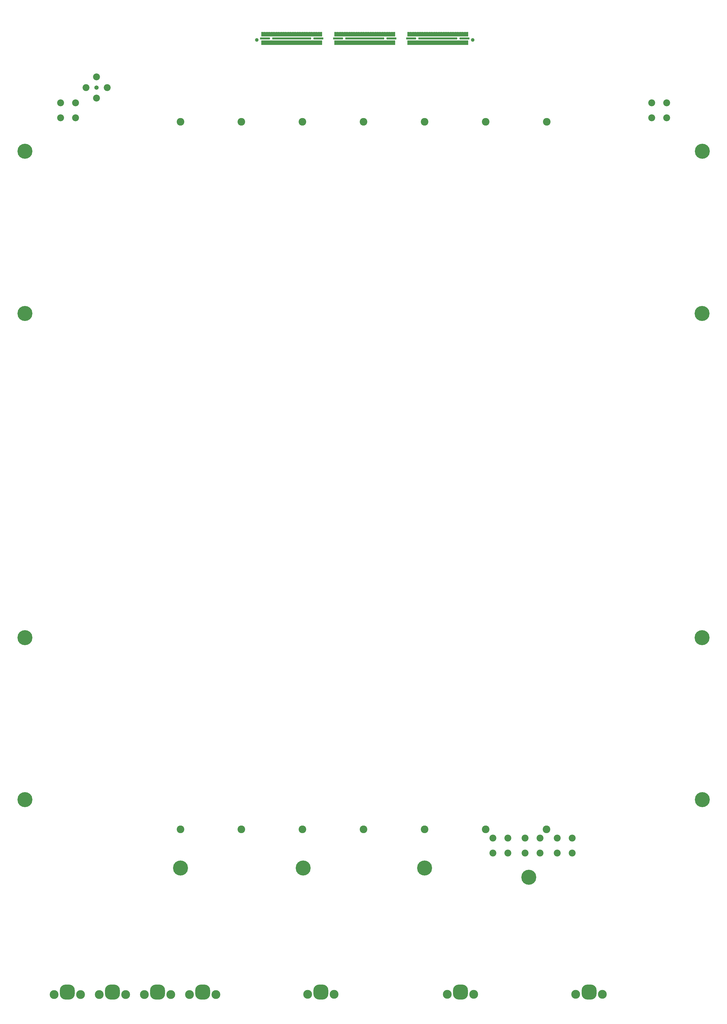
<source format=gbr>
G04 #@! TF.GenerationSoftware,KiCad,Pcbnew,(6.0.4-0)*
G04 #@! TF.CreationDate,2023-02-17T12:35:33-08:00*
G04 #@! TF.ProjectId,stripline_anode,73747269-706c-4696-9e65-5f616e6f6465,1a*
G04 #@! TF.SameCoordinates,Original*
G04 #@! TF.FileFunction,Soldermask,Top*
G04 #@! TF.FilePolarity,Negative*
%FSLAX46Y46*%
G04 Gerber Fmt 4.6, Leading zero omitted, Abs format (unit mm)*
G04 Created by KiCad (PCBNEW (6.0.4-0)) date 2023-02-17 12:35:33*
%MOMM*%
%LPD*%
G01*
G04 APERTURE LIST*
G04 Aperture macros list*
%AMRoundRect*
0 Rectangle with rounded corners*
0 $1 Rounding radius*
0 $2 $3 $4 $5 $6 $7 $8 $9 X,Y pos of 4 corners*
0 Add a 4 corners polygon primitive as box body*
4,1,4,$2,$3,$4,$5,$6,$7,$8,$9,$2,$3,0*
0 Add four circle primitives for the rounded corners*
1,1,$1+$1,$2,$3*
1,1,$1+$1,$4,$5*
1,1,$1+$1,$6,$7*
1,1,$1+$1,$8,$9*
0 Add four rect primitives between the rounded corners*
20,1,$1+$1,$2,$3,$4,$5,0*
20,1,$1+$1,$4,$5,$6,$7,0*
20,1,$1+$1,$6,$7,$8,$9,0*
20,1,$1+$1,$8,$9,$2,$3,0*%
G04 Aperture macros list end*
%ADD10C,1.232000*%
%ADD11RoundRect,0.051000X-0.250000X-0.750000X0.250000X-0.750000X0.250000X0.750000X-0.250000X0.750000X0*%
%ADD12RoundRect,0.051000X-1.640000X-0.255000X1.640000X-0.255000X1.640000X0.255000X-1.640000X0.255000X0*%
%ADD13RoundRect,0.051000X-6.575000X-0.255000X6.575000X-0.255000X6.575000X0.255000X-6.575000X0.255000X0*%
%ADD14C,5.102000*%
%ADD15C,2.602000*%
%ADD16C,1.473600*%
%ADD17C,2.352000*%
%ADD18C,3.000000*%
%ADD19RoundRect,2.019504X0.531496X-0.531496X0.531496X0.531496X-0.531496X0.531496X-0.531496X-0.531496X0*%
G04 APERTURE END LIST*
D10*
X311433550Y-90067080D03*
X238133550Y-90067080D03*
D11*
X239983550Y-88142080D03*
X239983550Y-90992080D03*
X240783550Y-88142080D03*
X240783550Y-90992080D03*
X241583550Y-88142080D03*
X241583550Y-90992080D03*
X242383550Y-88142080D03*
X242383550Y-90992080D03*
X243183550Y-88142080D03*
X243183550Y-90992080D03*
X243983550Y-88142080D03*
X243983550Y-90992080D03*
X244783550Y-88142080D03*
X244783550Y-90992080D03*
X245583550Y-88142080D03*
X245583550Y-90992080D03*
X246383550Y-88142080D03*
X246383550Y-90992080D03*
X247183550Y-88142080D03*
X247183550Y-90992080D03*
X247983550Y-88142080D03*
X247983550Y-90992080D03*
X248783550Y-88142080D03*
X248783550Y-90992080D03*
X249583550Y-88142080D03*
X249583550Y-90992080D03*
X250383550Y-88142080D03*
X250383550Y-90992080D03*
X251183550Y-88142080D03*
X251183550Y-90992080D03*
X251983550Y-88142080D03*
X251983550Y-90992080D03*
X252783550Y-88142080D03*
X252783550Y-90992080D03*
X253583550Y-88142080D03*
X253583550Y-90992080D03*
X254383550Y-88142080D03*
X254383550Y-90992080D03*
X255183550Y-88142080D03*
X255183550Y-90992080D03*
X255983550Y-88142080D03*
X255983550Y-90992080D03*
X256783550Y-88142080D03*
X256783550Y-90992080D03*
X257583550Y-88142080D03*
X257583550Y-90992080D03*
X258383550Y-88142080D03*
X258383550Y-90992080D03*
X259183550Y-88142080D03*
X259183550Y-90992080D03*
X259983550Y-88142080D03*
X259983550Y-90992080D03*
X264783550Y-88142080D03*
X264783550Y-90992080D03*
X265583550Y-88142080D03*
X265583550Y-90992080D03*
X266383550Y-88142080D03*
X266383550Y-90992080D03*
X267183550Y-88142080D03*
X267183550Y-90992080D03*
X267983550Y-88142080D03*
X267983550Y-90992080D03*
X268783550Y-88142080D03*
X268783550Y-90992080D03*
X269583550Y-88142080D03*
X269583550Y-90992080D03*
X270383550Y-88142080D03*
X270383550Y-90992080D03*
X271183550Y-88142080D03*
X271183550Y-90992080D03*
X271983550Y-88142080D03*
X271983550Y-90992080D03*
X272783550Y-88142080D03*
X272783550Y-90992080D03*
X273583550Y-88142080D03*
X273583550Y-90992080D03*
X274383550Y-88142080D03*
X274383550Y-90992080D03*
X275183550Y-88142080D03*
X275183550Y-90992080D03*
X275983550Y-88142080D03*
X275983550Y-90992080D03*
X276783550Y-88142080D03*
X276783550Y-90992080D03*
X277583550Y-88142080D03*
X277583550Y-90992080D03*
X278383550Y-88142080D03*
X278383550Y-90992080D03*
X279183550Y-88142080D03*
X279183550Y-90992080D03*
X279983550Y-88142080D03*
X279983550Y-90992080D03*
X280783550Y-88142080D03*
X280783550Y-90992080D03*
X281583550Y-88142080D03*
X281583550Y-90992080D03*
X282383550Y-88142080D03*
X282383550Y-90992080D03*
X283183550Y-88142080D03*
X283183550Y-90992080D03*
X283983550Y-88142080D03*
X283983550Y-90992080D03*
X284783550Y-88142080D03*
X284783550Y-90992080D03*
X289583550Y-88142080D03*
X289583550Y-90992080D03*
X290383550Y-88142080D03*
X290383550Y-90992080D03*
X291183550Y-88142080D03*
X291183550Y-90992080D03*
X291983550Y-88142080D03*
X291983550Y-90992080D03*
X292783550Y-88142080D03*
X292783550Y-90992080D03*
X293583550Y-88142080D03*
X293583550Y-90992080D03*
X294383550Y-88142080D03*
X294383550Y-90992080D03*
X295183550Y-88142080D03*
X295183550Y-90992080D03*
X295983550Y-88142080D03*
X295983550Y-90992080D03*
X296783550Y-88142080D03*
X296783550Y-90992080D03*
X297583550Y-88142080D03*
X297583550Y-90992080D03*
X298383550Y-88142080D03*
X298383550Y-90992080D03*
X299183550Y-88142080D03*
X299183550Y-90992080D03*
X299983550Y-88142080D03*
X299983550Y-90992080D03*
X300783550Y-88142080D03*
X300783550Y-90992080D03*
X301583550Y-88142080D03*
X301583550Y-90992080D03*
X302383550Y-88142080D03*
X302383550Y-90992080D03*
X303183550Y-88142080D03*
X303183550Y-90992080D03*
X303983550Y-88142080D03*
X303983550Y-90992080D03*
X304783550Y-88142080D03*
X304783550Y-90992080D03*
X305583550Y-88142080D03*
X305583550Y-90992080D03*
X306383550Y-88142080D03*
X306383550Y-90992080D03*
X307183550Y-88142080D03*
X307183550Y-90992080D03*
X307983550Y-88142080D03*
X307983550Y-90992080D03*
X308783550Y-88142080D03*
X308783550Y-90992080D03*
X309583550Y-88142080D03*
X309583550Y-90992080D03*
D12*
X240918550Y-89567080D03*
D13*
X249983550Y-89567080D03*
D12*
X259048550Y-89567080D03*
X265718550Y-89567080D03*
D13*
X274783550Y-89567080D03*
D12*
X283848550Y-89567080D03*
X290518550Y-89567080D03*
D13*
X299583550Y-89567080D03*
D12*
X308648550Y-89567080D03*
D14*
X159346900Y-182892700D03*
X159346900Y-292874700D03*
D15*
X315810900Y-357847900D03*
X336537300Y-357847900D03*
X253631700Y-357847900D03*
D14*
X159388379Y-127840750D03*
X389369300Y-182841900D03*
X389369300Y-292874700D03*
D15*
X212178900Y-357847900D03*
D14*
X159388379Y-347840750D03*
D16*
X183693500Y-106220500D03*
D17*
X180101398Y-106220500D03*
X183693500Y-102628398D03*
X183693500Y-109812602D03*
X187285602Y-106220500D03*
D14*
X389388379Y-347840750D03*
D15*
X212178900Y-117817900D03*
X274358100Y-117817900D03*
X274358100Y-357847900D03*
X232905300Y-357847900D03*
X295135300Y-117817900D03*
X336588100Y-117817900D03*
X295084500Y-357847900D03*
X253631700Y-117817900D03*
X315861700Y-117817900D03*
X232905300Y-117817900D03*
D14*
X389388379Y-127840750D03*
X295143500Y-370995500D03*
D18*
X208926832Y-413895500D03*
X199926832Y-413895500D03*
D19*
X204426832Y-413101500D03*
D18*
X355443500Y-413870500D03*
X346443500Y-413870500D03*
D19*
X350943500Y-413076500D03*
D18*
X184610166Y-413895500D03*
X193610166Y-413895500D03*
D19*
X189110166Y-413101500D03*
D17*
X340168500Y-360880500D03*
X345248500Y-365960500D03*
X340168500Y-365960500D03*
X345248500Y-360880500D03*
D18*
X255393500Y-413870500D03*
X264393500Y-413870500D03*
D19*
X259893500Y-413076500D03*
D18*
X311818500Y-413870500D03*
X302818500Y-413870500D03*
D19*
X307318500Y-413076500D03*
D17*
X329223500Y-360880500D03*
X329223500Y-365960500D03*
X334303500Y-365960500D03*
X334303500Y-360880500D03*
X171528500Y-116485500D03*
X171528500Y-111405500D03*
X176608500Y-116485500D03*
X176608500Y-111405500D03*
D18*
X215243500Y-413895500D03*
X224243500Y-413895500D03*
D19*
X219743500Y-413101500D03*
D17*
X318278500Y-365960500D03*
X318278500Y-360880500D03*
X323358500Y-360880500D03*
X323358500Y-365960500D03*
D18*
X178293500Y-413895500D03*
X169293500Y-413895500D03*
D19*
X173793500Y-413101500D03*
D14*
X330493500Y-374145500D03*
X212243500Y-370995500D03*
D17*
X377283500Y-116485500D03*
X372203500Y-111405500D03*
X372203500Y-116485500D03*
X377283500Y-111405500D03*
D14*
X253868500Y-370995500D03*
G36*
X274682817Y-90225381D02*
G01*
X274734496Y-90268569D01*
X274803211Y-90277200D01*
X274865841Y-90247236D01*
X274883898Y-90226398D01*
X274885788Y-90225744D01*
X274887299Y-90227054D01*
X274887371Y-90228098D01*
X274884550Y-90242279D01*
X274884550Y-91741881D01*
X274887528Y-91756854D01*
X274886885Y-91758748D01*
X274884923Y-91759138D01*
X274884283Y-91758779D01*
X274832604Y-91715591D01*
X274763889Y-91706960D01*
X274701259Y-91736924D01*
X274683202Y-91757762D01*
X274681312Y-91758416D01*
X274679801Y-91757106D01*
X274679729Y-91756062D01*
X274682550Y-91741881D01*
X274682550Y-90242279D01*
X274679572Y-90227306D01*
X274680215Y-90225412D01*
X274682177Y-90225022D01*
X274682817Y-90225381D01*
G37*
G36*
X292282817Y-90225381D02*
G01*
X292334496Y-90268569D01*
X292403211Y-90277200D01*
X292465841Y-90247236D01*
X292483898Y-90226398D01*
X292485788Y-90225744D01*
X292487299Y-90227054D01*
X292487371Y-90228098D01*
X292484550Y-90242279D01*
X292484550Y-91741881D01*
X292487528Y-91756854D01*
X292486885Y-91758748D01*
X292484923Y-91759138D01*
X292484283Y-91758779D01*
X292432604Y-91715591D01*
X292363889Y-91706960D01*
X292301259Y-91736924D01*
X292283202Y-91757762D01*
X292281312Y-91758416D01*
X292279801Y-91757106D01*
X292279729Y-91756062D01*
X292282550Y-91741881D01*
X292282550Y-90242279D01*
X292279572Y-90227306D01*
X292280215Y-90225412D01*
X292282177Y-90225022D01*
X292282817Y-90225381D01*
G37*
G36*
X257082817Y-90225381D02*
G01*
X257134496Y-90268569D01*
X257203211Y-90277200D01*
X257265841Y-90247236D01*
X257283898Y-90226398D01*
X257285788Y-90225744D01*
X257287299Y-90227054D01*
X257287371Y-90228098D01*
X257284550Y-90242279D01*
X257284550Y-91741881D01*
X257287528Y-91756854D01*
X257286885Y-91758748D01*
X257284923Y-91759138D01*
X257284283Y-91758779D01*
X257232604Y-91715591D01*
X257163889Y-91706960D01*
X257101259Y-91736924D01*
X257083202Y-91757762D01*
X257081312Y-91758416D01*
X257079801Y-91757106D01*
X257079729Y-91756062D01*
X257082550Y-91741881D01*
X257082550Y-90242279D01*
X257079572Y-90227306D01*
X257080215Y-90225412D01*
X257082177Y-90225022D01*
X257082817Y-90225381D01*
G37*
G36*
X256282817Y-90225381D02*
G01*
X256334496Y-90268569D01*
X256403211Y-90277200D01*
X256465841Y-90247236D01*
X256483898Y-90226398D01*
X256485788Y-90225744D01*
X256487299Y-90227054D01*
X256487371Y-90228098D01*
X256484550Y-90242279D01*
X256484550Y-91741881D01*
X256487528Y-91756854D01*
X256486885Y-91758748D01*
X256484923Y-91759138D01*
X256484283Y-91758779D01*
X256432604Y-91715591D01*
X256363889Y-91706960D01*
X256301259Y-91736924D01*
X256283202Y-91757762D01*
X256281312Y-91758416D01*
X256279801Y-91757106D01*
X256279729Y-91756062D01*
X256282550Y-91741881D01*
X256282550Y-90242279D01*
X256279572Y-90227306D01*
X256280215Y-90225412D01*
X256282177Y-90225022D01*
X256282817Y-90225381D01*
G37*
G36*
X291482817Y-90225381D02*
G01*
X291534496Y-90268569D01*
X291603211Y-90277200D01*
X291665841Y-90247236D01*
X291683898Y-90226398D01*
X291685788Y-90225744D01*
X291687299Y-90227054D01*
X291687371Y-90228098D01*
X291684550Y-90242279D01*
X291684550Y-91741881D01*
X291687528Y-91756854D01*
X291686885Y-91758748D01*
X291684923Y-91759138D01*
X291684283Y-91758779D01*
X291632604Y-91715591D01*
X291563889Y-91706960D01*
X291501259Y-91736924D01*
X291483202Y-91757762D01*
X291481312Y-91758416D01*
X291479801Y-91757106D01*
X291479729Y-91756062D01*
X291482550Y-91741881D01*
X291482550Y-90242279D01*
X291479572Y-90227306D01*
X291480215Y-90225412D01*
X291482177Y-90225022D01*
X291482817Y-90225381D01*
G37*
G36*
X293082817Y-90225381D02*
G01*
X293134496Y-90268569D01*
X293203211Y-90277200D01*
X293265841Y-90247236D01*
X293283898Y-90226398D01*
X293285788Y-90225744D01*
X293287299Y-90227054D01*
X293287371Y-90228098D01*
X293284550Y-90242279D01*
X293284550Y-91741881D01*
X293287528Y-91756854D01*
X293286885Y-91758748D01*
X293284923Y-91759138D01*
X293284283Y-91758779D01*
X293232604Y-91715591D01*
X293163889Y-91706960D01*
X293101259Y-91736924D01*
X293083202Y-91757762D01*
X293081312Y-91758416D01*
X293079801Y-91757106D01*
X293079729Y-91756062D01*
X293082550Y-91741881D01*
X293082550Y-90242279D01*
X293079572Y-90227306D01*
X293080215Y-90225412D01*
X293082177Y-90225022D01*
X293082817Y-90225381D01*
G37*
G36*
X257882817Y-90225381D02*
G01*
X257934496Y-90268569D01*
X258003211Y-90277200D01*
X258065841Y-90247236D01*
X258083898Y-90226398D01*
X258085788Y-90225744D01*
X258087299Y-90227054D01*
X258087371Y-90228098D01*
X258084550Y-90242279D01*
X258084550Y-91741881D01*
X258087528Y-91756854D01*
X258086885Y-91758748D01*
X258084923Y-91759138D01*
X258084283Y-91758779D01*
X258032604Y-91715591D01*
X257963889Y-91706960D01*
X257901259Y-91736924D01*
X257883202Y-91757762D01*
X257881312Y-91758416D01*
X257879801Y-91757106D01*
X257879729Y-91756062D01*
X257882550Y-91741881D01*
X257882550Y-90242279D01*
X257879572Y-90227306D01*
X257880215Y-90225412D01*
X257882177Y-90225022D01*
X257882817Y-90225381D01*
G37*
G36*
X255482817Y-90225381D02*
G01*
X255534496Y-90268569D01*
X255603211Y-90277200D01*
X255665841Y-90247236D01*
X255683898Y-90226398D01*
X255685788Y-90225744D01*
X255687299Y-90227054D01*
X255687371Y-90228098D01*
X255684550Y-90242279D01*
X255684550Y-91741881D01*
X255687528Y-91756854D01*
X255686885Y-91758748D01*
X255684923Y-91759138D01*
X255684283Y-91758779D01*
X255632604Y-91715591D01*
X255563889Y-91706960D01*
X255501259Y-91736924D01*
X255483202Y-91757762D01*
X255481312Y-91758416D01*
X255479801Y-91757106D01*
X255479729Y-91756062D01*
X255482550Y-91741881D01*
X255482550Y-90242279D01*
X255479572Y-90227306D01*
X255480215Y-90225412D01*
X255482177Y-90225022D01*
X255482817Y-90225381D01*
G37*
G36*
X275482817Y-90225381D02*
G01*
X275534496Y-90268569D01*
X275603211Y-90277200D01*
X275665841Y-90247236D01*
X275683898Y-90226398D01*
X275685788Y-90225744D01*
X275687299Y-90227054D01*
X275687371Y-90228098D01*
X275684550Y-90242279D01*
X275684550Y-91741881D01*
X275687528Y-91756854D01*
X275686885Y-91758748D01*
X275684923Y-91759138D01*
X275684283Y-91758779D01*
X275632604Y-91715591D01*
X275563889Y-91706960D01*
X275501259Y-91736924D01*
X275483202Y-91757762D01*
X275481312Y-91758416D01*
X275479801Y-91757106D01*
X275479729Y-91756062D01*
X275482550Y-91741881D01*
X275482550Y-90242279D01*
X275479572Y-90227306D01*
X275480215Y-90225412D01*
X275482177Y-90225022D01*
X275482817Y-90225381D01*
G37*
G36*
X242682817Y-90225381D02*
G01*
X242734496Y-90268569D01*
X242803211Y-90277200D01*
X242865841Y-90247236D01*
X242883898Y-90226398D01*
X242885788Y-90225744D01*
X242887299Y-90227054D01*
X242887371Y-90228098D01*
X242884550Y-90242279D01*
X242884550Y-91741881D01*
X242887528Y-91756854D01*
X242886885Y-91758748D01*
X242884923Y-91759138D01*
X242884283Y-91758779D01*
X242832604Y-91715591D01*
X242763889Y-91706960D01*
X242701259Y-91736924D01*
X242683202Y-91757762D01*
X242681312Y-91758416D01*
X242679801Y-91757106D01*
X242679729Y-91756062D01*
X242682550Y-91741881D01*
X242682550Y-90242279D01*
X242679572Y-90227306D01*
X242680215Y-90225412D01*
X242682177Y-90225022D01*
X242682817Y-90225381D01*
G37*
G36*
X305882817Y-90225381D02*
G01*
X305934496Y-90268569D01*
X306003211Y-90277200D01*
X306065841Y-90247236D01*
X306083898Y-90226398D01*
X306085788Y-90225744D01*
X306087299Y-90227054D01*
X306087371Y-90228098D01*
X306084550Y-90242279D01*
X306084550Y-91741881D01*
X306087528Y-91756854D01*
X306086885Y-91758748D01*
X306084923Y-91759138D01*
X306084283Y-91758779D01*
X306032604Y-91715591D01*
X305963889Y-91706960D01*
X305901259Y-91736924D01*
X305883202Y-91757762D01*
X305881312Y-91758416D01*
X305879801Y-91757106D01*
X305879729Y-91756062D01*
X305882550Y-91741881D01*
X305882550Y-90242279D01*
X305879572Y-90227306D01*
X305880215Y-90225412D01*
X305882177Y-90225022D01*
X305882817Y-90225381D01*
G37*
G36*
X306682817Y-90225381D02*
G01*
X306734496Y-90268569D01*
X306803211Y-90277200D01*
X306865841Y-90247236D01*
X306883898Y-90226398D01*
X306885788Y-90225744D01*
X306887299Y-90227054D01*
X306887371Y-90228098D01*
X306884550Y-90242279D01*
X306884550Y-91741881D01*
X306887528Y-91756854D01*
X306886885Y-91758748D01*
X306884923Y-91759138D01*
X306884283Y-91758779D01*
X306832604Y-91715591D01*
X306763889Y-91706960D01*
X306701259Y-91736924D01*
X306683202Y-91757762D01*
X306681312Y-91758416D01*
X306679801Y-91757106D01*
X306679729Y-91756062D01*
X306682550Y-91741881D01*
X306682550Y-90242279D01*
X306679572Y-90227306D01*
X306680215Y-90225412D01*
X306682177Y-90225022D01*
X306682817Y-90225381D01*
G37*
G36*
X273082817Y-90225381D02*
G01*
X273134496Y-90268569D01*
X273203211Y-90277200D01*
X273265841Y-90247236D01*
X273283898Y-90226398D01*
X273285788Y-90225744D01*
X273287299Y-90227054D01*
X273287371Y-90228098D01*
X273284550Y-90242279D01*
X273284550Y-91741881D01*
X273287528Y-91756854D01*
X273286885Y-91758748D01*
X273284923Y-91759138D01*
X273284283Y-91758779D01*
X273232604Y-91715591D01*
X273163889Y-91706960D01*
X273101259Y-91736924D01*
X273083202Y-91757762D01*
X273081312Y-91758416D01*
X273079801Y-91757106D01*
X273079729Y-91756062D01*
X273082550Y-91741881D01*
X273082550Y-90242279D01*
X273079572Y-90227306D01*
X273080215Y-90225412D01*
X273082177Y-90225022D01*
X273082817Y-90225381D01*
G37*
G36*
X243482817Y-90225381D02*
G01*
X243534496Y-90268569D01*
X243603211Y-90277200D01*
X243665841Y-90247236D01*
X243683898Y-90226398D01*
X243685788Y-90225744D01*
X243687299Y-90227054D01*
X243687371Y-90228098D01*
X243684550Y-90242279D01*
X243684550Y-91741881D01*
X243687528Y-91756854D01*
X243686885Y-91758748D01*
X243684923Y-91759138D01*
X243684283Y-91758779D01*
X243632604Y-91715591D01*
X243563889Y-91706960D01*
X243501259Y-91736924D01*
X243483202Y-91757762D01*
X243481312Y-91758416D01*
X243479801Y-91757106D01*
X243479729Y-91756062D01*
X243482550Y-91741881D01*
X243482550Y-90242279D01*
X243479572Y-90227306D01*
X243480215Y-90225412D01*
X243482177Y-90225022D01*
X243482817Y-90225381D01*
G37*
G36*
X273882817Y-90225381D02*
G01*
X273934496Y-90268569D01*
X274003211Y-90277200D01*
X274065841Y-90247236D01*
X274083898Y-90226398D01*
X274085788Y-90225744D01*
X274087299Y-90227054D01*
X274087371Y-90228098D01*
X274084550Y-90242279D01*
X274084550Y-91741881D01*
X274087528Y-91756854D01*
X274086885Y-91758748D01*
X274084923Y-91759138D01*
X274084283Y-91758779D01*
X274032604Y-91715591D01*
X273963889Y-91706960D01*
X273901259Y-91736924D01*
X273883202Y-91757762D01*
X273881312Y-91758416D01*
X273879801Y-91757106D01*
X273879729Y-91756062D01*
X273882550Y-91741881D01*
X273882550Y-90242279D01*
X273879572Y-90227306D01*
X273880215Y-90225412D01*
X273882177Y-90225022D01*
X273882817Y-90225381D01*
G37*
G36*
X276282817Y-90225381D02*
G01*
X276334496Y-90268569D01*
X276403211Y-90277200D01*
X276465841Y-90247236D01*
X276483898Y-90226398D01*
X276485788Y-90225744D01*
X276487299Y-90227054D01*
X276487371Y-90228098D01*
X276484550Y-90242279D01*
X276484550Y-91741881D01*
X276487528Y-91756854D01*
X276486885Y-91758748D01*
X276484923Y-91759138D01*
X276484283Y-91758779D01*
X276432604Y-91715591D01*
X276363889Y-91706960D01*
X276301259Y-91736924D01*
X276283202Y-91757762D01*
X276281312Y-91758416D01*
X276279801Y-91757106D01*
X276279729Y-91756062D01*
X276282550Y-91741881D01*
X276282550Y-90242279D01*
X276279572Y-90227306D01*
X276280215Y-90225412D01*
X276282177Y-90225022D01*
X276282817Y-90225381D01*
G37*
G36*
X305082817Y-90225381D02*
G01*
X305134496Y-90268569D01*
X305203211Y-90277200D01*
X305265841Y-90247236D01*
X305283898Y-90226398D01*
X305285788Y-90225744D01*
X305287299Y-90227054D01*
X305287371Y-90228098D01*
X305284550Y-90242279D01*
X305284550Y-91741881D01*
X305287528Y-91756854D01*
X305286885Y-91758748D01*
X305284923Y-91759138D01*
X305284283Y-91758779D01*
X305232604Y-91715591D01*
X305163889Y-91706960D01*
X305101259Y-91736924D01*
X305083202Y-91757762D01*
X305081312Y-91758416D01*
X305079801Y-91757106D01*
X305079729Y-91756062D01*
X305082550Y-91741881D01*
X305082550Y-90242279D01*
X305079572Y-90227306D01*
X305080215Y-90225412D01*
X305082177Y-90225022D01*
X305082817Y-90225381D01*
G37*
G36*
X272282817Y-90225381D02*
G01*
X272334496Y-90268569D01*
X272403211Y-90277200D01*
X272465841Y-90247236D01*
X272483898Y-90226398D01*
X272485788Y-90225744D01*
X272487299Y-90227054D01*
X272487371Y-90228098D01*
X272484550Y-90242279D01*
X272484550Y-91741881D01*
X272487528Y-91756854D01*
X272486885Y-91758748D01*
X272484923Y-91759138D01*
X272484283Y-91758779D01*
X272432604Y-91715591D01*
X272363889Y-91706960D01*
X272301259Y-91736924D01*
X272283202Y-91757762D01*
X272281312Y-91758416D01*
X272279801Y-91757106D01*
X272279729Y-91756062D01*
X272282550Y-91741881D01*
X272282550Y-90242279D01*
X272279572Y-90227306D01*
X272280215Y-90225412D01*
X272282177Y-90225022D01*
X272282817Y-90225381D01*
G37*
G36*
X244282817Y-90225381D02*
G01*
X244334496Y-90268569D01*
X244403211Y-90277200D01*
X244465841Y-90247236D01*
X244483898Y-90226398D01*
X244485788Y-90225744D01*
X244487299Y-90227054D01*
X244487371Y-90228098D01*
X244484550Y-90242279D01*
X244484550Y-91741881D01*
X244487528Y-91756854D01*
X244486885Y-91758748D01*
X244484923Y-91759138D01*
X244484283Y-91758779D01*
X244432604Y-91715591D01*
X244363889Y-91706960D01*
X244301259Y-91736924D01*
X244283202Y-91757762D01*
X244281312Y-91758416D01*
X244279801Y-91757106D01*
X244279729Y-91756062D01*
X244282550Y-91741881D01*
X244282550Y-90242279D01*
X244279572Y-90227306D01*
X244280215Y-90225412D01*
X244282177Y-90225022D01*
X244282817Y-90225381D01*
G37*
G36*
X277082817Y-90225381D02*
G01*
X277134496Y-90268569D01*
X277203211Y-90277200D01*
X277265841Y-90247236D01*
X277283898Y-90226398D01*
X277285788Y-90225744D01*
X277287299Y-90227054D01*
X277287371Y-90228098D01*
X277284550Y-90242279D01*
X277284550Y-91741881D01*
X277287528Y-91756854D01*
X277286885Y-91758748D01*
X277284923Y-91759138D01*
X277284283Y-91758779D01*
X277232604Y-91715591D01*
X277163889Y-91706960D01*
X277101259Y-91736924D01*
X277083202Y-91757762D01*
X277081312Y-91758416D01*
X277079801Y-91757106D01*
X277079729Y-91756062D01*
X277082550Y-91741881D01*
X277082550Y-90242279D01*
X277079572Y-90227306D01*
X277080215Y-90225412D01*
X277082177Y-90225022D01*
X277082817Y-90225381D01*
G37*
G36*
X304282817Y-90225381D02*
G01*
X304334496Y-90268569D01*
X304403211Y-90277200D01*
X304465841Y-90247236D01*
X304483898Y-90226398D01*
X304485788Y-90225744D01*
X304487299Y-90227054D01*
X304487371Y-90228098D01*
X304484550Y-90242279D01*
X304484550Y-91741881D01*
X304487528Y-91756854D01*
X304486885Y-91758748D01*
X304484923Y-91759138D01*
X304484283Y-91758779D01*
X304432604Y-91715591D01*
X304363889Y-91706960D01*
X304301259Y-91736924D01*
X304283202Y-91757762D01*
X304281312Y-91758416D01*
X304279801Y-91757106D01*
X304279729Y-91756062D01*
X304282550Y-91741881D01*
X304282550Y-90242279D01*
X304279572Y-90227306D01*
X304280215Y-90225412D01*
X304282177Y-90225022D01*
X304282817Y-90225381D01*
G37*
G36*
X271482817Y-90225381D02*
G01*
X271534496Y-90268569D01*
X271603211Y-90277200D01*
X271665841Y-90247236D01*
X271683898Y-90226398D01*
X271685788Y-90225744D01*
X271687299Y-90227054D01*
X271687371Y-90228098D01*
X271684550Y-90242279D01*
X271684550Y-91741881D01*
X271687528Y-91756854D01*
X271686885Y-91758748D01*
X271684923Y-91759138D01*
X271684283Y-91758779D01*
X271632604Y-91715591D01*
X271563889Y-91706960D01*
X271501259Y-91736924D01*
X271483202Y-91757762D01*
X271481312Y-91758416D01*
X271479801Y-91757106D01*
X271479729Y-91756062D01*
X271482550Y-91741881D01*
X271482550Y-90242279D01*
X271479572Y-90227306D01*
X271480215Y-90225412D01*
X271482177Y-90225022D01*
X271482817Y-90225381D01*
G37*
G36*
X241882817Y-90225381D02*
G01*
X241934496Y-90268569D01*
X242003211Y-90277200D01*
X242065841Y-90247236D01*
X242083898Y-90226398D01*
X242085788Y-90225744D01*
X242087299Y-90227054D01*
X242087371Y-90228098D01*
X242084550Y-90242279D01*
X242084550Y-91741881D01*
X242087528Y-91756854D01*
X242086885Y-91758748D01*
X242084923Y-91759138D01*
X242084283Y-91758779D01*
X242032604Y-91715591D01*
X241963889Y-91706960D01*
X241901259Y-91736924D01*
X241883202Y-91757762D01*
X241881312Y-91758416D01*
X241879801Y-91757106D01*
X241879729Y-91756062D01*
X241882550Y-91741881D01*
X241882550Y-90242279D01*
X241879572Y-90227306D01*
X241880215Y-90225412D01*
X241882177Y-90225022D01*
X241882817Y-90225381D01*
G37*
G36*
X245082817Y-90225381D02*
G01*
X245134496Y-90268569D01*
X245203211Y-90277200D01*
X245265841Y-90247236D01*
X245283898Y-90226398D01*
X245285788Y-90225744D01*
X245287299Y-90227054D01*
X245287371Y-90228098D01*
X245284550Y-90242279D01*
X245284550Y-91741881D01*
X245287528Y-91756854D01*
X245286885Y-91758748D01*
X245284923Y-91759138D01*
X245284283Y-91758779D01*
X245232604Y-91715591D01*
X245163889Y-91706960D01*
X245101259Y-91736924D01*
X245083202Y-91757762D01*
X245081312Y-91758416D01*
X245079801Y-91757106D01*
X245079729Y-91756062D01*
X245082550Y-91741881D01*
X245082550Y-90242279D01*
X245079572Y-90227306D01*
X245080215Y-90225412D01*
X245082177Y-90225022D01*
X245082817Y-90225381D01*
G37*
G36*
X303482817Y-90225381D02*
G01*
X303534496Y-90268569D01*
X303603211Y-90277200D01*
X303665841Y-90247236D01*
X303683898Y-90226398D01*
X303685788Y-90225744D01*
X303687299Y-90227054D01*
X303687371Y-90228098D01*
X303684550Y-90242279D01*
X303684550Y-91741881D01*
X303687528Y-91756854D01*
X303686885Y-91758748D01*
X303684923Y-91759138D01*
X303684283Y-91758779D01*
X303632604Y-91715591D01*
X303563889Y-91706960D01*
X303501259Y-91736924D01*
X303483202Y-91757762D01*
X303481312Y-91758416D01*
X303479801Y-91757106D01*
X303479729Y-91756062D01*
X303482550Y-91741881D01*
X303482550Y-90242279D01*
X303479572Y-90227306D01*
X303480215Y-90225412D01*
X303482177Y-90225022D01*
X303482817Y-90225381D01*
G37*
G36*
X290682817Y-90225381D02*
G01*
X290734496Y-90268569D01*
X290803211Y-90277200D01*
X290865841Y-90247236D01*
X290883898Y-90226398D01*
X290885788Y-90225744D01*
X290887299Y-90227054D01*
X290887371Y-90228098D01*
X290884550Y-90242279D01*
X290884550Y-91741881D01*
X290887528Y-91756854D01*
X290886885Y-91758748D01*
X290884923Y-91759138D01*
X290884283Y-91758779D01*
X290832604Y-91715591D01*
X290763889Y-91706960D01*
X290701259Y-91736924D01*
X290683202Y-91757762D01*
X290681312Y-91758416D01*
X290679801Y-91757106D01*
X290679729Y-91756062D01*
X290682550Y-91741881D01*
X290682550Y-90242279D01*
X290679572Y-90227306D01*
X290680215Y-90225412D01*
X290682177Y-90225022D01*
X290682817Y-90225381D01*
G37*
G36*
X277882817Y-90225381D02*
G01*
X277934496Y-90268569D01*
X278003211Y-90277200D01*
X278065841Y-90247236D01*
X278083898Y-90226398D01*
X278085788Y-90225744D01*
X278087299Y-90227054D01*
X278087371Y-90228098D01*
X278084550Y-90242279D01*
X278084550Y-91741881D01*
X278087528Y-91756854D01*
X278086885Y-91758748D01*
X278084923Y-91759138D01*
X278084283Y-91758779D01*
X278032604Y-91715591D01*
X277963889Y-91706960D01*
X277901259Y-91736924D01*
X277883202Y-91757762D01*
X277881312Y-91758416D01*
X277879801Y-91757106D01*
X277879729Y-91756062D01*
X277882550Y-91741881D01*
X277882550Y-90242279D01*
X277879572Y-90227306D01*
X277880215Y-90225412D01*
X277882177Y-90225022D01*
X277882817Y-90225381D01*
G37*
G36*
X309082817Y-90225381D02*
G01*
X309134496Y-90268569D01*
X309203211Y-90277200D01*
X309265841Y-90247236D01*
X309283898Y-90226398D01*
X309285788Y-90225744D01*
X309287299Y-90227054D01*
X309287371Y-90228098D01*
X309284550Y-90242279D01*
X309284550Y-91741881D01*
X309287528Y-91756854D01*
X309286885Y-91758748D01*
X309284923Y-91759138D01*
X309284283Y-91758779D01*
X309232604Y-91715591D01*
X309163889Y-91706960D01*
X309101259Y-91736924D01*
X309083202Y-91757762D01*
X309081312Y-91758416D01*
X309079801Y-91757106D01*
X309079729Y-91756062D01*
X309082550Y-91741881D01*
X309082550Y-90242279D01*
X309079572Y-90227306D01*
X309080215Y-90225412D01*
X309082177Y-90225022D01*
X309082817Y-90225381D01*
G37*
G36*
X293882817Y-90225381D02*
G01*
X293934496Y-90268569D01*
X294003211Y-90277200D01*
X294065841Y-90247236D01*
X294083898Y-90226398D01*
X294085788Y-90225744D01*
X294087299Y-90227054D01*
X294087371Y-90228098D01*
X294084550Y-90242279D01*
X294084550Y-91741881D01*
X294087528Y-91756854D01*
X294086885Y-91758748D01*
X294084923Y-91759138D01*
X294084283Y-91758779D01*
X294032604Y-91715591D01*
X293963889Y-91706960D01*
X293901259Y-91736924D01*
X293883202Y-91757762D01*
X293881312Y-91758416D01*
X293879801Y-91757106D01*
X293879729Y-91756062D01*
X293882550Y-91741881D01*
X293882550Y-90242279D01*
X293879572Y-90227306D01*
X293880215Y-90225412D01*
X293882177Y-90225022D01*
X293882817Y-90225381D01*
G37*
G36*
X245882817Y-90225381D02*
G01*
X245934496Y-90268569D01*
X246003211Y-90277200D01*
X246065841Y-90247236D01*
X246083898Y-90226398D01*
X246085788Y-90225744D01*
X246087299Y-90227054D01*
X246087371Y-90228098D01*
X246084550Y-90242279D01*
X246084550Y-91741881D01*
X246087528Y-91756854D01*
X246086885Y-91758748D01*
X246084923Y-91759138D01*
X246084283Y-91758779D01*
X246032604Y-91715591D01*
X245963889Y-91706960D01*
X245901259Y-91736924D01*
X245883202Y-91757762D01*
X245881312Y-91758416D01*
X245879801Y-91757106D01*
X245879729Y-91756062D01*
X245882550Y-91741881D01*
X245882550Y-90242279D01*
X245879572Y-90227306D01*
X245880215Y-90225412D01*
X245882177Y-90225022D01*
X245882817Y-90225381D01*
G37*
G36*
X270682817Y-90225381D02*
G01*
X270734496Y-90268569D01*
X270803211Y-90277200D01*
X270865841Y-90247236D01*
X270883898Y-90226398D01*
X270885788Y-90225744D01*
X270887299Y-90227054D01*
X270887371Y-90228098D01*
X270884550Y-90242279D01*
X270884550Y-91741881D01*
X270887528Y-91756854D01*
X270886885Y-91758748D01*
X270884923Y-91759138D01*
X270884283Y-91758779D01*
X270832604Y-91715591D01*
X270763889Y-91706960D01*
X270701259Y-91736924D01*
X270683202Y-91757762D01*
X270681312Y-91758416D01*
X270679801Y-91757106D01*
X270679729Y-91756062D01*
X270682550Y-91741881D01*
X270682550Y-90242279D01*
X270679572Y-90227306D01*
X270680215Y-90225412D01*
X270682177Y-90225022D01*
X270682817Y-90225381D01*
G37*
G36*
X254682817Y-90225381D02*
G01*
X254734496Y-90268569D01*
X254803211Y-90277200D01*
X254865841Y-90247236D01*
X254883898Y-90226398D01*
X254885788Y-90225744D01*
X254887299Y-90227054D01*
X254887371Y-90228098D01*
X254884550Y-90242279D01*
X254884550Y-91741881D01*
X254887528Y-91756854D01*
X254886885Y-91758748D01*
X254884923Y-91759138D01*
X254884283Y-91758779D01*
X254832604Y-91715591D01*
X254763889Y-91706960D01*
X254701259Y-91736924D01*
X254683202Y-91757762D01*
X254681312Y-91758416D01*
X254679801Y-91757106D01*
X254679729Y-91756062D01*
X254682550Y-91741881D01*
X254682550Y-90242279D01*
X254679572Y-90227306D01*
X254680215Y-90225412D01*
X254682177Y-90225022D01*
X254682817Y-90225381D01*
G37*
G36*
X302682817Y-90225381D02*
G01*
X302734496Y-90268569D01*
X302803211Y-90277200D01*
X302865841Y-90247236D01*
X302883898Y-90226398D01*
X302885788Y-90225744D01*
X302887299Y-90227054D01*
X302887371Y-90228098D01*
X302884550Y-90242279D01*
X302884550Y-91741881D01*
X302887528Y-91756854D01*
X302886885Y-91758748D01*
X302884923Y-91759138D01*
X302884283Y-91758779D01*
X302832604Y-91715591D01*
X302763889Y-91706960D01*
X302701259Y-91736924D01*
X302683202Y-91757762D01*
X302681312Y-91758416D01*
X302679801Y-91757106D01*
X302679729Y-91756062D01*
X302682550Y-91741881D01*
X302682550Y-90242279D01*
X302679572Y-90227306D01*
X302680215Y-90225412D01*
X302682177Y-90225022D01*
X302682817Y-90225381D01*
G37*
G36*
X278682817Y-90225381D02*
G01*
X278734496Y-90268569D01*
X278803211Y-90277200D01*
X278865841Y-90247236D01*
X278883898Y-90226398D01*
X278885788Y-90225744D01*
X278887299Y-90227054D01*
X278887371Y-90228098D01*
X278884550Y-90242279D01*
X278884550Y-91741881D01*
X278887528Y-91756854D01*
X278886885Y-91758748D01*
X278884923Y-91759138D01*
X278884283Y-91758779D01*
X278832604Y-91715591D01*
X278763889Y-91706960D01*
X278701259Y-91736924D01*
X278683202Y-91757762D01*
X278681312Y-91758416D01*
X278679801Y-91757106D01*
X278679729Y-91756062D01*
X278682550Y-91741881D01*
X278682550Y-90242279D01*
X278679572Y-90227306D01*
X278680215Y-90225412D01*
X278682177Y-90225022D01*
X278682817Y-90225381D01*
G37*
G36*
X258682817Y-90225381D02*
G01*
X258734496Y-90268569D01*
X258803211Y-90277200D01*
X258865841Y-90247236D01*
X258883898Y-90226398D01*
X258885788Y-90225744D01*
X258887299Y-90227054D01*
X258887371Y-90228098D01*
X258884550Y-90242279D01*
X258884550Y-91741881D01*
X258887528Y-91756854D01*
X258886885Y-91758748D01*
X258884923Y-91759138D01*
X258884283Y-91758779D01*
X258832604Y-91715591D01*
X258763889Y-91706960D01*
X258701259Y-91736924D01*
X258683202Y-91757762D01*
X258681312Y-91758416D01*
X258679801Y-91757106D01*
X258679729Y-91756062D01*
X258682550Y-91741881D01*
X258682550Y-90242279D01*
X258679572Y-90227306D01*
X258680215Y-90225412D01*
X258682177Y-90225022D01*
X258682817Y-90225381D01*
G37*
G36*
X246682817Y-90225381D02*
G01*
X246734496Y-90268569D01*
X246803211Y-90277200D01*
X246865841Y-90247236D01*
X246883898Y-90226398D01*
X246885788Y-90225744D01*
X246887299Y-90227054D01*
X246887371Y-90228098D01*
X246884550Y-90242279D01*
X246884550Y-91741881D01*
X246887528Y-91756854D01*
X246886885Y-91758748D01*
X246884923Y-91759138D01*
X246884283Y-91758779D01*
X246832604Y-91715591D01*
X246763889Y-91706960D01*
X246701259Y-91736924D01*
X246683202Y-91757762D01*
X246681312Y-91758416D01*
X246679801Y-91757106D01*
X246679729Y-91756062D01*
X246682550Y-91741881D01*
X246682550Y-90242279D01*
X246679572Y-90227306D01*
X246680215Y-90225412D01*
X246682177Y-90225022D01*
X246682817Y-90225381D01*
G37*
G36*
X269882817Y-90225381D02*
G01*
X269934496Y-90268569D01*
X270003211Y-90277200D01*
X270065841Y-90247236D01*
X270083898Y-90226398D01*
X270085788Y-90225744D01*
X270087299Y-90227054D01*
X270087371Y-90228098D01*
X270084550Y-90242279D01*
X270084550Y-91741881D01*
X270087528Y-91756854D01*
X270086885Y-91758748D01*
X270084923Y-91759138D01*
X270084283Y-91758779D01*
X270032604Y-91715591D01*
X269963889Y-91706960D01*
X269901259Y-91736924D01*
X269883202Y-91757762D01*
X269881312Y-91758416D01*
X269879801Y-91757106D01*
X269879729Y-91756062D01*
X269882550Y-91741881D01*
X269882550Y-90242279D01*
X269879572Y-90227306D01*
X269880215Y-90225412D01*
X269882177Y-90225022D01*
X269882817Y-90225381D01*
G37*
G36*
X294682817Y-90225381D02*
G01*
X294734496Y-90268569D01*
X294803211Y-90277200D01*
X294865841Y-90247236D01*
X294883898Y-90226398D01*
X294885788Y-90225744D01*
X294887299Y-90227054D01*
X294887371Y-90228098D01*
X294884550Y-90242279D01*
X294884550Y-91741881D01*
X294887528Y-91756854D01*
X294886885Y-91758748D01*
X294884923Y-91759138D01*
X294884283Y-91758779D01*
X294832604Y-91715591D01*
X294763889Y-91706960D01*
X294701259Y-91736924D01*
X294683202Y-91757762D01*
X294681312Y-91758416D01*
X294679801Y-91757106D01*
X294679729Y-91756062D01*
X294682550Y-91741881D01*
X294682550Y-90242279D01*
X294679572Y-90227306D01*
X294680215Y-90225412D01*
X294682177Y-90225022D01*
X294682817Y-90225381D01*
G37*
G36*
X307482817Y-90225381D02*
G01*
X307534496Y-90268569D01*
X307603211Y-90277200D01*
X307665841Y-90247236D01*
X307683898Y-90226398D01*
X307685788Y-90225744D01*
X307687299Y-90227054D01*
X307687371Y-90228098D01*
X307684550Y-90242279D01*
X307684550Y-91741881D01*
X307687528Y-91756854D01*
X307686885Y-91758748D01*
X307684923Y-91759138D01*
X307684283Y-91758779D01*
X307632604Y-91715591D01*
X307563889Y-91706960D01*
X307501259Y-91736924D01*
X307483202Y-91757762D01*
X307481312Y-91758416D01*
X307479801Y-91757106D01*
X307479729Y-91756062D01*
X307482550Y-91741881D01*
X307482550Y-90242279D01*
X307479572Y-90227306D01*
X307480215Y-90225412D01*
X307482177Y-90225022D01*
X307482817Y-90225381D01*
G37*
G36*
X301882817Y-90225381D02*
G01*
X301934496Y-90268569D01*
X302003211Y-90277200D01*
X302065841Y-90247236D01*
X302083898Y-90226398D01*
X302085788Y-90225744D01*
X302087299Y-90227054D01*
X302087371Y-90228098D01*
X302084550Y-90242279D01*
X302084550Y-91741881D01*
X302087528Y-91756854D01*
X302086885Y-91758748D01*
X302084923Y-91759138D01*
X302084283Y-91758779D01*
X302032604Y-91715591D01*
X301963889Y-91706960D01*
X301901259Y-91736924D01*
X301883202Y-91757762D01*
X301881312Y-91758416D01*
X301879801Y-91757106D01*
X301879729Y-91756062D01*
X301882550Y-91741881D01*
X301882550Y-90242279D01*
X301879572Y-90227306D01*
X301880215Y-90225412D01*
X301882177Y-90225022D01*
X301882817Y-90225381D01*
G37*
G36*
X289882817Y-90225381D02*
G01*
X289934496Y-90268569D01*
X290003211Y-90277200D01*
X290065841Y-90247236D01*
X290083898Y-90226398D01*
X290085788Y-90225744D01*
X290087299Y-90227054D01*
X290087371Y-90228098D01*
X290084550Y-90242279D01*
X290084550Y-91741881D01*
X290087528Y-91756854D01*
X290086885Y-91758748D01*
X290084923Y-91759138D01*
X290084283Y-91758779D01*
X290032604Y-91715591D01*
X289963889Y-91706960D01*
X289901259Y-91736924D01*
X289883202Y-91757762D01*
X289881312Y-91758416D01*
X289879801Y-91757106D01*
X289879729Y-91756062D01*
X289882550Y-91741881D01*
X289882550Y-90242279D01*
X289879572Y-90227306D01*
X289880215Y-90225412D01*
X289882177Y-90225022D01*
X289882817Y-90225381D01*
G37*
G36*
X279482817Y-90225381D02*
G01*
X279534496Y-90268569D01*
X279603211Y-90277200D01*
X279665841Y-90247236D01*
X279683898Y-90226398D01*
X279685788Y-90225744D01*
X279687299Y-90227054D01*
X279687371Y-90228098D01*
X279684550Y-90242279D01*
X279684550Y-91741881D01*
X279687528Y-91756854D01*
X279686885Y-91758748D01*
X279684923Y-91759138D01*
X279684283Y-91758779D01*
X279632604Y-91715591D01*
X279563889Y-91706960D01*
X279501259Y-91736924D01*
X279483202Y-91757762D01*
X279481312Y-91758416D01*
X279479801Y-91757106D01*
X279479729Y-91756062D01*
X279482550Y-91741881D01*
X279482550Y-90242279D01*
X279479572Y-90227306D01*
X279480215Y-90225412D01*
X279482177Y-90225022D01*
X279482817Y-90225381D01*
G37*
G36*
X247482817Y-90225381D02*
G01*
X247534496Y-90268569D01*
X247603211Y-90277200D01*
X247665841Y-90247236D01*
X247683898Y-90226398D01*
X247685788Y-90225744D01*
X247687299Y-90227054D01*
X247687371Y-90228098D01*
X247684550Y-90242279D01*
X247684550Y-91741881D01*
X247687528Y-91756854D01*
X247686885Y-91758748D01*
X247684923Y-91759138D01*
X247684283Y-91758779D01*
X247632604Y-91715591D01*
X247563889Y-91706960D01*
X247501259Y-91736924D01*
X247483202Y-91757762D01*
X247481312Y-91758416D01*
X247479801Y-91757106D01*
X247479729Y-91756062D01*
X247482550Y-91741881D01*
X247482550Y-90242279D01*
X247479572Y-90227306D01*
X247480215Y-90225412D01*
X247482177Y-90225022D01*
X247482817Y-90225381D01*
G37*
G36*
X253882817Y-90225381D02*
G01*
X253934496Y-90268569D01*
X254003211Y-90277200D01*
X254065841Y-90247236D01*
X254083898Y-90226398D01*
X254085788Y-90225744D01*
X254087299Y-90227054D01*
X254087371Y-90228098D01*
X254084550Y-90242279D01*
X254084550Y-91741881D01*
X254087528Y-91756854D01*
X254086885Y-91758748D01*
X254084923Y-91759138D01*
X254084283Y-91758779D01*
X254032604Y-91715591D01*
X253963889Y-91706960D01*
X253901259Y-91736924D01*
X253883202Y-91757762D01*
X253881312Y-91758416D01*
X253879801Y-91757106D01*
X253879729Y-91756062D01*
X253882550Y-91741881D01*
X253882550Y-90242279D01*
X253879572Y-90227306D01*
X253880215Y-90225412D01*
X253882177Y-90225022D01*
X253882817Y-90225381D01*
G37*
G36*
X301082817Y-90225381D02*
G01*
X301134496Y-90268569D01*
X301203211Y-90277200D01*
X301265841Y-90247236D01*
X301283898Y-90226398D01*
X301285788Y-90225744D01*
X301287299Y-90227054D01*
X301287371Y-90228098D01*
X301284550Y-90242279D01*
X301284550Y-91741881D01*
X301287528Y-91756854D01*
X301286885Y-91758748D01*
X301284923Y-91759138D01*
X301284283Y-91758779D01*
X301232604Y-91715591D01*
X301163889Y-91706960D01*
X301101259Y-91736924D01*
X301083202Y-91757762D01*
X301081312Y-91758416D01*
X301079801Y-91757106D01*
X301079729Y-91756062D01*
X301082550Y-91741881D01*
X301082550Y-90242279D01*
X301079572Y-90227306D01*
X301080215Y-90225412D01*
X301082177Y-90225022D01*
X301082817Y-90225381D01*
G37*
G36*
X269082817Y-90225381D02*
G01*
X269134496Y-90268569D01*
X269203211Y-90277200D01*
X269265841Y-90247236D01*
X269283898Y-90226398D01*
X269285788Y-90225744D01*
X269287299Y-90227054D01*
X269287371Y-90228098D01*
X269284550Y-90242279D01*
X269284550Y-91741881D01*
X269287528Y-91756854D01*
X269286885Y-91758748D01*
X269284923Y-91759138D01*
X269284283Y-91758779D01*
X269232604Y-91715591D01*
X269163889Y-91706960D01*
X269101259Y-91736924D01*
X269083202Y-91757762D01*
X269081312Y-91758416D01*
X269079801Y-91757106D01*
X269079729Y-91756062D01*
X269082550Y-91741881D01*
X269082550Y-90242279D01*
X269079572Y-90227306D01*
X269080215Y-90225412D01*
X269082177Y-90225022D01*
X269082817Y-90225381D01*
G37*
G36*
X259482817Y-90225381D02*
G01*
X259534496Y-90268569D01*
X259603211Y-90277200D01*
X259665841Y-90247236D01*
X259683898Y-90226398D01*
X259685788Y-90225744D01*
X259687299Y-90227054D01*
X259687371Y-90228098D01*
X259684550Y-90242279D01*
X259684550Y-91741881D01*
X259687528Y-91756854D01*
X259686885Y-91758748D01*
X259684923Y-91759138D01*
X259684283Y-91758779D01*
X259632604Y-91715591D01*
X259563889Y-91706960D01*
X259501259Y-91736924D01*
X259483202Y-91757762D01*
X259481312Y-91758416D01*
X259479801Y-91757106D01*
X259479729Y-91756062D01*
X259482550Y-91741881D01*
X259482550Y-90242279D01*
X259479572Y-90227306D01*
X259480215Y-90225412D01*
X259482177Y-90225022D01*
X259482817Y-90225381D01*
G37*
G36*
X248282817Y-90225381D02*
G01*
X248334496Y-90268569D01*
X248403211Y-90277200D01*
X248465841Y-90247236D01*
X248483898Y-90226398D01*
X248485788Y-90225744D01*
X248487299Y-90227054D01*
X248487371Y-90228098D01*
X248484550Y-90242279D01*
X248484550Y-91741881D01*
X248487528Y-91756854D01*
X248486885Y-91758748D01*
X248484923Y-91759138D01*
X248484283Y-91758779D01*
X248432604Y-91715591D01*
X248363889Y-91706960D01*
X248301259Y-91736924D01*
X248283202Y-91757762D01*
X248281312Y-91758416D01*
X248279801Y-91757106D01*
X248279729Y-91756062D01*
X248282550Y-91741881D01*
X248282550Y-90242279D01*
X248279572Y-90227306D01*
X248280215Y-90225412D01*
X248282177Y-90225022D01*
X248282817Y-90225381D01*
G37*
G36*
X280282817Y-90225381D02*
G01*
X280334496Y-90268569D01*
X280403211Y-90277200D01*
X280465841Y-90247236D01*
X280483898Y-90226398D01*
X280485788Y-90225744D01*
X280487299Y-90227054D01*
X280487371Y-90228098D01*
X280484550Y-90242279D01*
X280484550Y-91741881D01*
X280487528Y-91756854D01*
X280486885Y-91758748D01*
X280484923Y-91759138D01*
X280484283Y-91758779D01*
X280432604Y-91715591D01*
X280363889Y-91706960D01*
X280301259Y-91736924D01*
X280283202Y-91757762D01*
X280281312Y-91758416D01*
X280279801Y-91757106D01*
X280279729Y-91756062D01*
X280282550Y-91741881D01*
X280282550Y-90242279D01*
X280279572Y-90227306D01*
X280280215Y-90225412D01*
X280282177Y-90225022D01*
X280282817Y-90225381D01*
G37*
G36*
X240282817Y-90225381D02*
G01*
X240334496Y-90268569D01*
X240403211Y-90277200D01*
X240465841Y-90247236D01*
X240483898Y-90226398D01*
X240485788Y-90225744D01*
X240487299Y-90227054D01*
X240487371Y-90228098D01*
X240484550Y-90242279D01*
X240484550Y-91741881D01*
X240487528Y-91756854D01*
X240486885Y-91758748D01*
X240484923Y-91759138D01*
X240484283Y-91758779D01*
X240432604Y-91715591D01*
X240363889Y-91706960D01*
X240301259Y-91736924D01*
X240283202Y-91757762D01*
X240281312Y-91758416D01*
X240279801Y-91757106D01*
X240279729Y-91756062D01*
X240282550Y-91741881D01*
X240282550Y-90242279D01*
X240279572Y-90227306D01*
X240280215Y-90225412D01*
X240282177Y-90225022D01*
X240282817Y-90225381D01*
G37*
G36*
X300282817Y-90225381D02*
G01*
X300334496Y-90268569D01*
X300403211Y-90277200D01*
X300465841Y-90247236D01*
X300483898Y-90226398D01*
X300485788Y-90225744D01*
X300487299Y-90227054D01*
X300487371Y-90228098D01*
X300484550Y-90242279D01*
X300484550Y-91741881D01*
X300487528Y-91756854D01*
X300486885Y-91758748D01*
X300484923Y-91759138D01*
X300484283Y-91758779D01*
X300432604Y-91715591D01*
X300363889Y-91706960D01*
X300301259Y-91736924D01*
X300283202Y-91757762D01*
X300281312Y-91758416D01*
X300279801Y-91757106D01*
X300279729Y-91756062D01*
X300282550Y-91741881D01*
X300282550Y-90242279D01*
X300279572Y-90227306D01*
X300280215Y-90225412D01*
X300282177Y-90225022D01*
X300282817Y-90225381D01*
G37*
G36*
X268282817Y-90225381D02*
G01*
X268334496Y-90268569D01*
X268403211Y-90277200D01*
X268465841Y-90247236D01*
X268483898Y-90226398D01*
X268485788Y-90225744D01*
X268487299Y-90227054D01*
X268487371Y-90228098D01*
X268484550Y-90242279D01*
X268484550Y-91741881D01*
X268487528Y-91756854D01*
X268486885Y-91758748D01*
X268484923Y-91759138D01*
X268484283Y-91758779D01*
X268432604Y-91715591D01*
X268363889Y-91706960D01*
X268301259Y-91736924D01*
X268283202Y-91757762D01*
X268281312Y-91758416D01*
X268279801Y-91757106D01*
X268279729Y-91756062D01*
X268282550Y-91741881D01*
X268282550Y-90242279D01*
X268279572Y-90227306D01*
X268280215Y-90225412D01*
X268282177Y-90225022D01*
X268282817Y-90225381D01*
G37*
G36*
X295482817Y-90225381D02*
G01*
X295534496Y-90268569D01*
X295603211Y-90277200D01*
X295665841Y-90247236D01*
X295683898Y-90226398D01*
X295685788Y-90225744D01*
X295687299Y-90227054D01*
X295687371Y-90228098D01*
X295684550Y-90242279D01*
X295684550Y-91741881D01*
X295687528Y-91756854D01*
X295686885Y-91758748D01*
X295684923Y-91759138D01*
X295684283Y-91758779D01*
X295632604Y-91715591D01*
X295563889Y-91706960D01*
X295501259Y-91736924D01*
X295483202Y-91757762D01*
X295481312Y-91758416D01*
X295479801Y-91757106D01*
X295479729Y-91756062D01*
X295482550Y-91741881D01*
X295482550Y-90242279D01*
X295479572Y-90227306D01*
X295480215Y-90225412D01*
X295482177Y-90225022D01*
X295482817Y-90225381D01*
G37*
G36*
X249082817Y-90225381D02*
G01*
X249134496Y-90268569D01*
X249203211Y-90277200D01*
X249265841Y-90247236D01*
X249283898Y-90226398D01*
X249285788Y-90225744D01*
X249287299Y-90227054D01*
X249287371Y-90228098D01*
X249284550Y-90242279D01*
X249284550Y-91741881D01*
X249287528Y-91756854D01*
X249286885Y-91758748D01*
X249284923Y-91759138D01*
X249284283Y-91758779D01*
X249232604Y-91715591D01*
X249163889Y-91706960D01*
X249101259Y-91736924D01*
X249083202Y-91757762D01*
X249081312Y-91758416D01*
X249079801Y-91757106D01*
X249079729Y-91756062D01*
X249082550Y-91741881D01*
X249082550Y-90242279D01*
X249079572Y-90227306D01*
X249080215Y-90225412D01*
X249082177Y-90225022D01*
X249082817Y-90225381D01*
G37*
G36*
X241082817Y-90225381D02*
G01*
X241134496Y-90268569D01*
X241203211Y-90277200D01*
X241265841Y-90247236D01*
X241283898Y-90226398D01*
X241285788Y-90225744D01*
X241287299Y-90227054D01*
X241287371Y-90228098D01*
X241284550Y-90242279D01*
X241284550Y-91741881D01*
X241287528Y-91756854D01*
X241286885Y-91758748D01*
X241284923Y-91759138D01*
X241284283Y-91758779D01*
X241232604Y-91715591D01*
X241163889Y-91706960D01*
X241101259Y-91736924D01*
X241083202Y-91757762D01*
X241081312Y-91758416D01*
X241079801Y-91757106D01*
X241079729Y-91756062D01*
X241082550Y-91741881D01*
X241082550Y-90242279D01*
X241079572Y-90227306D01*
X241080215Y-90225412D01*
X241082177Y-90225022D01*
X241082817Y-90225381D01*
G37*
G36*
X284282817Y-90225381D02*
G01*
X284334496Y-90268569D01*
X284403211Y-90277200D01*
X284465841Y-90247236D01*
X284483898Y-90226398D01*
X284485788Y-90225744D01*
X284487299Y-90227054D01*
X284487371Y-90228098D01*
X284484550Y-90242279D01*
X284484550Y-91741881D01*
X284487528Y-91756854D01*
X284486885Y-91758748D01*
X284484923Y-91759138D01*
X284484283Y-91758779D01*
X284432604Y-91715591D01*
X284363889Y-91706960D01*
X284301259Y-91736924D01*
X284283202Y-91757762D01*
X284281312Y-91758416D01*
X284279801Y-91757106D01*
X284279729Y-91756062D01*
X284282550Y-91741881D01*
X284282550Y-90242279D01*
X284279572Y-90227306D01*
X284280215Y-90225412D01*
X284282177Y-90225022D01*
X284282817Y-90225381D01*
G37*
G36*
X281082817Y-90225381D02*
G01*
X281134496Y-90268569D01*
X281203211Y-90277200D01*
X281265841Y-90247236D01*
X281283898Y-90226398D01*
X281285788Y-90225744D01*
X281287299Y-90227054D01*
X281287371Y-90228098D01*
X281284550Y-90242279D01*
X281284550Y-91741881D01*
X281287528Y-91756854D01*
X281286885Y-91758748D01*
X281284923Y-91759138D01*
X281284283Y-91758779D01*
X281232604Y-91715591D01*
X281163889Y-91706960D01*
X281101259Y-91736924D01*
X281083202Y-91757762D01*
X281081312Y-91758416D01*
X281079801Y-91757106D01*
X281079729Y-91756062D01*
X281082550Y-91741881D01*
X281082550Y-90242279D01*
X281079572Y-90227306D01*
X281080215Y-90225412D01*
X281082177Y-90225022D01*
X281082817Y-90225381D01*
G37*
G36*
X299482817Y-90225381D02*
G01*
X299534496Y-90268569D01*
X299603211Y-90277200D01*
X299665841Y-90247236D01*
X299683898Y-90226398D01*
X299685788Y-90225744D01*
X299687299Y-90227054D01*
X299687371Y-90228098D01*
X299684550Y-90242279D01*
X299684550Y-91741881D01*
X299687528Y-91756854D01*
X299686885Y-91758748D01*
X299684923Y-91759138D01*
X299684283Y-91758779D01*
X299632604Y-91715591D01*
X299563889Y-91706960D01*
X299501259Y-91736924D01*
X299483202Y-91757762D01*
X299481312Y-91758416D01*
X299479801Y-91757106D01*
X299479729Y-91756062D01*
X299482550Y-91741881D01*
X299482550Y-90242279D01*
X299479572Y-90227306D01*
X299480215Y-90225412D01*
X299482177Y-90225022D01*
X299482817Y-90225381D01*
G37*
G36*
X253082817Y-90225381D02*
G01*
X253134496Y-90268569D01*
X253203211Y-90277200D01*
X253265841Y-90247236D01*
X253283898Y-90226398D01*
X253285788Y-90225744D01*
X253287299Y-90227054D01*
X253287371Y-90228098D01*
X253284550Y-90242279D01*
X253284550Y-91741881D01*
X253287528Y-91756854D01*
X253286885Y-91758748D01*
X253284923Y-91759138D01*
X253284283Y-91758779D01*
X253232604Y-91715591D01*
X253163889Y-91706960D01*
X253101259Y-91736924D01*
X253083202Y-91757762D01*
X253081312Y-91758416D01*
X253079801Y-91757106D01*
X253079729Y-91756062D01*
X253082550Y-91741881D01*
X253082550Y-90242279D01*
X253079572Y-90227306D01*
X253080215Y-90225412D01*
X253082177Y-90225022D01*
X253082817Y-90225381D01*
G37*
G36*
X267482817Y-90225381D02*
G01*
X267534496Y-90268569D01*
X267603211Y-90277200D01*
X267665841Y-90247236D01*
X267683898Y-90226398D01*
X267685788Y-90225744D01*
X267687299Y-90227054D01*
X267687371Y-90228098D01*
X267684550Y-90242279D01*
X267684550Y-91741881D01*
X267687528Y-91756854D01*
X267686885Y-91758748D01*
X267684923Y-91759138D01*
X267684283Y-91758779D01*
X267632604Y-91715591D01*
X267563889Y-91706960D01*
X267501259Y-91736924D01*
X267483202Y-91757762D01*
X267481312Y-91758416D01*
X267479801Y-91757106D01*
X267479729Y-91756062D01*
X267482550Y-91741881D01*
X267482550Y-90242279D01*
X267479572Y-90227306D01*
X267480215Y-90225412D01*
X267482177Y-90225022D01*
X267482817Y-90225381D01*
G37*
G36*
X249882817Y-90225381D02*
G01*
X249934496Y-90268569D01*
X250003211Y-90277200D01*
X250065841Y-90247236D01*
X250083898Y-90226398D01*
X250085788Y-90225744D01*
X250087299Y-90227054D01*
X250087371Y-90228098D01*
X250084550Y-90242279D01*
X250084550Y-91741881D01*
X250087528Y-91756854D01*
X250086885Y-91758748D01*
X250084923Y-91759138D01*
X250084283Y-91758779D01*
X250032604Y-91715591D01*
X249963889Y-91706960D01*
X249901259Y-91736924D01*
X249883202Y-91757762D01*
X249881312Y-91758416D01*
X249879801Y-91757106D01*
X249879729Y-91756062D01*
X249882550Y-91741881D01*
X249882550Y-90242279D01*
X249879572Y-90227306D01*
X249880215Y-90225412D01*
X249882177Y-90225022D01*
X249882817Y-90225381D01*
G37*
G36*
X265082817Y-90225381D02*
G01*
X265134496Y-90268569D01*
X265203211Y-90277200D01*
X265265841Y-90247236D01*
X265283898Y-90226398D01*
X265285788Y-90225744D01*
X265287299Y-90227054D01*
X265287371Y-90228098D01*
X265284550Y-90242279D01*
X265284550Y-91741881D01*
X265287528Y-91756854D01*
X265286885Y-91758748D01*
X265284923Y-91759138D01*
X265284283Y-91758779D01*
X265232604Y-91715591D01*
X265163889Y-91706960D01*
X265101259Y-91736924D01*
X265083202Y-91757762D01*
X265081312Y-91758416D01*
X265079801Y-91757106D01*
X265079729Y-91756062D01*
X265082550Y-91741881D01*
X265082550Y-90242279D01*
X265079572Y-90227306D01*
X265080215Y-90225412D01*
X265082177Y-90225022D01*
X265082817Y-90225381D01*
G37*
G36*
X298682817Y-90225381D02*
G01*
X298734496Y-90268569D01*
X298803211Y-90277200D01*
X298865841Y-90247236D01*
X298883898Y-90226398D01*
X298885788Y-90225744D01*
X298887299Y-90227054D01*
X298887371Y-90228098D01*
X298884550Y-90242279D01*
X298884550Y-91741881D01*
X298887528Y-91756854D01*
X298886885Y-91758748D01*
X298884923Y-91759138D01*
X298884283Y-91758779D01*
X298832604Y-91715591D01*
X298763889Y-91706960D01*
X298701259Y-91736924D01*
X298683202Y-91757762D01*
X298681312Y-91758416D01*
X298679801Y-91757106D01*
X298679729Y-91756062D01*
X298682550Y-91741881D01*
X298682550Y-90242279D01*
X298679572Y-90227306D01*
X298680215Y-90225412D01*
X298682177Y-90225022D01*
X298682817Y-90225381D01*
G37*
G36*
X281882817Y-90225381D02*
G01*
X281934496Y-90268569D01*
X282003211Y-90277200D01*
X282065841Y-90247236D01*
X282083898Y-90226398D01*
X282085788Y-90225744D01*
X282087299Y-90227054D01*
X282087371Y-90228098D01*
X282084550Y-90242279D01*
X282084550Y-91741881D01*
X282087528Y-91756854D01*
X282086885Y-91758748D01*
X282084923Y-91759138D01*
X282084283Y-91758779D01*
X282032604Y-91715591D01*
X281963889Y-91706960D01*
X281901259Y-91736924D01*
X281883202Y-91757762D01*
X281881312Y-91758416D01*
X281879801Y-91757106D01*
X281879729Y-91756062D01*
X281882550Y-91741881D01*
X281882550Y-90242279D01*
X281879572Y-90227306D01*
X281880215Y-90225412D01*
X281882177Y-90225022D01*
X281882817Y-90225381D01*
G37*
G36*
X296282817Y-90225381D02*
G01*
X296334496Y-90268569D01*
X296403211Y-90277200D01*
X296465841Y-90247236D01*
X296483898Y-90226398D01*
X296485788Y-90225744D01*
X296487299Y-90227054D01*
X296487371Y-90228098D01*
X296484550Y-90242279D01*
X296484550Y-91741881D01*
X296487528Y-91756854D01*
X296486885Y-91758748D01*
X296484923Y-91759138D01*
X296484283Y-91758779D01*
X296432604Y-91715591D01*
X296363889Y-91706960D01*
X296301259Y-91736924D01*
X296283202Y-91757762D01*
X296281312Y-91758416D01*
X296279801Y-91757106D01*
X296279729Y-91756062D01*
X296282550Y-91741881D01*
X296282550Y-90242279D01*
X296279572Y-90227306D01*
X296280215Y-90225412D01*
X296282177Y-90225022D01*
X296282817Y-90225381D01*
G37*
G36*
X250682817Y-90225381D02*
G01*
X250734496Y-90268569D01*
X250803211Y-90277200D01*
X250865841Y-90247236D01*
X250883898Y-90226398D01*
X250885788Y-90225744D01*
X250887299Y-90227054D01*
X250887371Y-90228098D01*
X250884550Y-90242279D01*
X250884550Y-91741881D01*
X250887528Y-91756854D01*
X250886885Y-91758748D01*
X250884923Y-91759138D01*
X250884283Y-91758779D01*
X250832604Y-91715591D01*
X250763889Y-91706960D01*
X250701259Y-91736924D01*
X250683202Y-91757762D01*
X250681312Y-91758416D01*
X250679801Y-91757106D01*
X250679729Y-91756062D01*
X250682550Y-91741881D01*
X250682550Y-90242279D01*
X250679572Y-90227306D01*
X250680215Y-90225412D01*
X250682177Y-90225022D01*
X250682817Y-90225381D01*
G37*
G36*
X266682817Y-90225381D02*
G01*
X266734496Y-90268569D01*
X266803211Y-90277200D01*
X266865841Y-90247236D01*
X266883898Y-90226398D01*
X266885788Y-90225744D01*
X266887299Y-90227054D01*
X266887371Y-90228098D01*
X266884550Y-90242279D01*
X266884550Y-91741881D01*
X266887528Y-91756854D01*
X266886885Y-91758748D01*
X266884923Y-91759138D01*
X266884283Y-91758779D01*
X266832604Y-91715591D01*
X266763889Y-91706960D01*
X266701259Y-91736924D01*
X266683202Y-91757762D01*
X266681312Y-91758416D01*
X266679801Y-91757106D01*
X266679729Y-91756062D01*
X266682550Y-91741881D01*
X266682550Y-90242279D01*
X266679572Y-90227306D01*
X266680215Y-90225412D01*
X266682177Y-90225022D01*
X266682817Y-90225381D01*
G37*
G36*
X252282817Y-90225381D02*
G01*
X252334496Y-90268569D01*
X252403211Y-90277200D01*
X252465841Y-90247236D01*
X252483898Y-90226398D01*
X252485788Y-90225744D01*
X252487299Y-90227054D01*
X252487371Y-90228098D01*
X252484550Y-90242279D01*
X252484550Y-91741881D01*
X252487528Y-91756854D01*
X252486885Y-91758748D01*
X252484923Y-91759138D01*
X252484283Y-91758779D01*
X252432604Y-91715591D01*
X252363889Y-91706960D01*
X252301259Y-91736924D01*
X252283202Y-91757762D01*
X252281312Y-91758416D01*
X252279801Y-91757106D01*
X252279729Y-91756062D01*
X252282550Y-91741881D01*
X252282550Y-90242279D01*
X252279572Y-90227306D01*
X252280215Y-90225412D01*
X252282177Y-90225022D01*
X252282817Y-90225381D01*
G37*
G36*
X297882817Y-90225381D02*
G01*
X297934496Y-90268569D01*
X298003211Y-90277200D01*
X298065841Y-90247236D01*
X298083898Y-90226398D01*
X298085788Y-90225744D01*
X298087299Y-90227054D01*
X298087371Y-90228098D01*
X298084550Y-90242279D01*
X298084550Y-91741881D01*
X298087528Y-91756854D01*
X298086885Y-91758748D01*
X298084923Y-91759138D01*
X298084283Y-91758779D01*
X298032604Y-91715591D01*
X297963889Y-91706960D01*
X297901259Y-91736924D01*
X297883202Y-91757762D01*
X297881312Y-91758416D01*
X297879801Y-91757106D01*
X297879729Y-91756062D01*
X297882550Y-91741881D01*
X297882550Y-90242279D01*
X297879572Y-90227306D01*
X297880215Y-90225412D01*
X297882177Y-90225022D01*
X297882817Y-90225381D01*
G37*
G36*
X282682817Y-90225381D02*
G01*
X282734496Y-90268569D01*
X282803211Y-90277200D01*
X282865841Y-90247236D01*
X282883898Y-90226398D01*
X282885788Y-90225744D01*
X282887299Y-90227054D01*
X282887371Y-90228098D01*
X282884550Y-90242279D01*
X282884550Y-91741881D01*
X282887528Y-91756854D01*
X282886885Y-91758748D01*
X282884923Y-91759138D01*
X282884283Y-91758779D01*
X282832604Y-91715591D01*
X282763889Y-91706960D01*
X282701259Y-91736924D01*
X282683202Y-91757762D01*
X282681312Y-91758416D01*
X282679801Y-91757106D01*
X282679729Y-91756062D01*
X282682550Y-91741881D01*
X282682550Y-90242279D01*
X282679572Y-90227306D01*
X282680215Y-90225412D01*
X282682177Y-90225022D01*
X282682817Y-90225381D01*
G37*
G36*
X283482817Y-90225381D02*
G01*
X283534496Y-90268569D01*
X283603211Y-90277200D01*
X283665841Y-90247236D01*
X283683898Y-90226398D01*
X283685788Y-90225744D01*
X283687299Y-90227054D01*
X283687371Y-90228098D01*
X283684550Y-90242279D01*
X283684550Y-91741881D01*
X283687528Y-91756854D01*
X283686885Y-91758748D01*
X283684923Y-91759138D01*
X283684283Y-91758779D01*
X283632604Y-91715591D01*
X283563889Y-91706960D01*
X283501259Y-91736924D01*
X283483202Y-91757762D01*
X283481312Y-91758416D01*
X283479801Y-91757106D01*
X283479729Y-91756062D01*
X283482550Y-91741881D01*
X283482550Y-90242279D01*
X283479572Y-90227306D01*
X283480215Y-90225412D01*
X283482177Y-90225022D01*
X283482817Y-90225381D01*
G37*
G36*
X308282817Y-90225381D02*
G01*
X308334496Y-90268569D01*
X308403211Y-90277200D01*
X308465841Y-90247236D01*
X308483898Y-90226398D01*
X308485788Y-90225744D01*
X308487299Y-90227054D01*
X308487371Y-90228098D01*
X308484550Y-90242279D01*
X308484550Y-91741881D01*
X308487528Y-91756854D01*
X308486885Y-91758748D01*
X308484923Y-91759138D01*
X308484283Y-91758779D01*
X308432604Y-91715591D01*
X308363889Y-91706960D01*
X308301259Y-91736924D01*
X308283202Y-91757762D01*
X308281312Y-91758416D01*
X308279801Y-91757106D01*
X308279729Y-91756062D01*
X308282550Y-91741881D01*
X308282550Y-90242279D01*
X308279572Y-90227306D01*
X308280215Y-90225412D01*
X308282177Y-90225022D01*
X308282817Y-90225381D01*
G37*
G36*
X251482817Y-90225381D02*
G01*
X251534496Y-90268569D01*
X251603211Y-90277200D01*
X251665841Y-90247236D01*
X251683898Y-90226398D01*
X251685788Y-90225744D01*
X251687299Y-90227054D01*
X251687371Y-90228098D01*
X251684550Y-90242279D01*
X251684550Y-91741881D01*
X251687528Y-91756854D01*
X251686885Y-91758748D01*
X251684923Y-91759138D01*
X251684283Y-91758779D01*
X251632604Y-91715591D01*
X251563889Y-91706960D01*
X251501259Y-91736924D01*
X251483202Y-91757762D01*
X251481312Y-91758416D01*
X251479801Y-91757106D01*
X251479729Y-91756062D01*
X251482550Y-91741881D01*
X251482550Y-90242279D01*
X251479572Y-90227306D01*
X251480215Y-90225412D01*
X251482177Y-90225022D01*
X251482817Y-90225381D01*
G37*
G36*
X297082817Y-90225381D02*
G01*
X297134496Y-90268569D01*
X297203211Y-90277200D01*
X297265841Y-90247236D01*
X297283898Y-90226398D01*
X297285788Y-90225744D01*
X297287299Y-90227054D01*
X297287371Y-90228098D01*
X297284550Y-90242279D01*
X297284550Y-91741881D01*
X297287528Y-91756854D01*
X297286885Y-91758748D01*
X297284923Y-91759138D01*
X297284283Y-91758779D01*
X297232604Y-91715591D01*
X297163889Y-91706960D01*
X297101259Y-91736924D01*
X297083202Y-91757762D01*
X297081312Y-91758416D01*
X297079801Y-91757106D01*
X297079729Y-91756062D01*
X297082550Y-91741881D01*
X297082550Y-90242279D01*
X297079572Y-90227306D01*
X297080215Y-90225412D01*
X297082177Y-90225022D01*
X297082817Y-90225381D01*
G37*
G36*
X265882817Y-90225381D02*
G01*
X265934496Y-90268569D01*
X266003211Y-90277200D01*
X266065841Y-90247236D01*
X266083898Y-90226398D01*
X266085788Y-90225744D01*
X266087299Y-90227054D01*
X266087371Y-90228098D01*
X266084550Y-90242279D01*
X266084550Y-91741881D01*
X266087528Y-91756854D01*
X266086885Y-91758748D01*
X266084923Y-91759138D01*
X266084283Y-91758779D01*
X266032604Y-91715591D01*
X265963889Y-91706960D01*
X265901259Y-91736924D01*
X265883202Y-91757762D01*
X265881312Y-91758416D01*
X265879801Y-91757106D01*
X265879729Y-91756062D01*
X265882550Y-91741881D01*
X265882550Y-90242279D01*
X265879572Y-90227306D01*
X265880215Y-90225412D01*
X265882177Y-90225022D01*
X265882817Y-90225381D01*
G37*
G36*
X297882817Y-87375381D02*
G01*
X297934496Y-87418569D01*
X298003211Y-87427200D01*
X298065841Y-87397236D01*
X298083898Y-87376398D01*
X298085788Y-87375744D01*
X298087299Y-87377054D01*
X298087371Y-87378098D01*
X298084550Y-87392279D01*
X298084550Y-88891881D01*
X298087528Y-88906854D01*
X298086885Y-88908748D01*
X298084923Y-88909138D01*
X298084283Y-88908779D01*
X298032604Y-88865591D01*
X297963889Y-88856960D01*
X297901259Y-88886924D01*
X297883202Y-88907762D01*
X297881312Y-88908416D01*
X297879801Y-88907106D01*
X297879729Y-88906062D01*
X297882550Y-88891881D01*
X297882550Y-87392279D01*
X297879572Y-87377306D01*
X297880215Y-87375412D01*
X297882177Y-87375022D01*
X297882817Y-87375381D01*
G37*
G36*
X268282817Y-87375381D02*
G01*
X268334496Y-87418569D01*
X268403211Y-87427200D01*
X268465841Y-87397236D01*
X268483898Y-87376398D01*
X268485788Y-87375744D01*
X268487299Y-87377054D01*
X268487371Y-87378098D01*
X268484550Y-87392279D01*
X268484550Y-88891881D01*
X268487528Y-88906854D01*
X268486885Y-88908748D01*
X268484923Y-88909138D01*
X268484283Y-88908779D01*
X268432604Y-88865591D01*
X268363889Y-88856960D01*
X268301259Y-88886924D01*
X268283202Y-88907762D01*
X268281312Y-88908416D01*
X268279801Y-88907106D01*
X268279729Y-88906062D01*
X268282550Y-88891881D01*
X268282550Y-87392279D01*
X268279572Y-87377306D01*
X268280215Y-87375412D01*
X268282177Y-87375022D01*
X268282817Y-87375381D01*
G37*
G36*
X292282817Y-87375381D02*
G01*
X292334496Y-87418569D01*
X292403211Y-87427200D01*
X292465841Y-87397236D01*
X292483898Y-87376398D01*
X292485788Y-87375744D01*
X292487299Y-87377054D01*
X292487371Y-87378098D01*
X292484550Y-87392279D01*
X292484550Y-88891881D01*
X292487528Y-88906854D01*
X292486885Y-88908748D01*
X292484923Y-88909138D01*
X292484283Y-88908779D01*
X292432604Y-88865591D01*
X292363889Y-88856960D01*
X292301259Y-88886924D01*
X292283202Y-88907762D01*
X292281312Y-88908416D01*
X292279801Y-88907106D01*
X292279729Y-88906062D01*
X292282550Y-88891881D01*
X292282550Y-87392279D01*
X292279572Y-87377306D01*
X292280215Y-87375412D01*
X292282177Y-87375022D01*
X292282817Y-87375381D01*
G37*
G36*
X242682817Y-87375381D02*
G01*
X242734496Y-87418569D01*
X242803211Y-87427200D01*
X242865841Y-87397236D01*
X242883898Y-87376398D01*
X242885788Y-87375744D01*
X242887299Y-87377054D01*
X242887371Y-87378098D01*
X242884550Y-87392279D01*
X242884550Y-88891881D01*
X242887528Y-88906854D01*
X242886885Y-88908748D01*
X242884923Y-88909138D01*
X242884283Y-88908779D01*
X242832604Y-88865591D01*
X242763889Y-88856960D01*
X242701259Y-88886924D01*
X242683202Y-88907762D01*
X242681312Y-88908416D01*
X242679801Y-88907106D01*
X242679729Y-88906062D01*
X242682550Y-88891881D01*
X242682550Y-87392279D01*
X242679572Y-87377306D01*
X242680215Y-87375412D01*
X242682177Y-87375022D01*
X242682817Y-87375381D01*
G37*
G36*
X258682817Y-87375381D02*
G01*
X258734496Y-87418569D01*
X258803211Y-87427200D01*
X258865841Y-87397236D01*
X258883898Y-87376398D01*
X258885788Y-87375744D01*
X258887299Y-87377054D01*
X258887371Y-87378098D01*
X258884550Y-87392279D01*
X258884550Y-88891881D01*
X258887528Y-88906854D01*
X258886885Y-88908748D01*
X258884923Y-88909138D01*
X258884283Y-88908779D01*
X258832604Y-88865591D01*
X258763889Y-88856960D01*
X258701259Y-88886924D01*
X258683202Y-88907762D01*
X258681312Y-88908416D01*
X258679801Y-88907106D01*
X258679729Y-88906062D01*
X258682550Y-88891881D01*
X258682550Y-87392279D01*
X258679572Y-87377306D01*
X258680215Y-87375412D01*
X258682177Y-87375022D01*
X258682817Y-87375381D01*
G37*
G36*
X276282817Y-87375381D02*
G01*
X276334496Y-87418569D01*
X276403211Y-87427200D01*
X276465841Y-87397236D01*
X276483898Y-87376398D01*
X276485788Y-87375744D01*
X276487299Y-87377054D01*
X276487371Y-87378098D01*
X276484550Y-87392279D01*
X276484550Y-88891881D01*
X276487528Y-88906854D01*
X276486885Y-88908748D01*
X276484923Y-88909138D01*
X276484283Y-88908779D01*
X276432604Y-88865591D01*
X276363889Y-88856960D01*
X276301259Y-88886924D01*
X276283202Y-88907762D01*
X276281312Y-88908416D01*
X276279801Y-88907106D01*
X276279729Y-88906062D01*
X276282550Y-88891881D01*
X276282550Y-87392279D01*
X276279572Y-87377306D01*
X276280215Y-87375412D01*
X276282177Y-87375022D01*
X276282817Y-87375381D01*
G37*
G36*
X306682817Y-87375381D02*
G01*
X306734496Y-87418569D01*
X306803211Y-87427200D01*
X306865841Y-87397236D01*
X306883898Y-87376398D01*
X306885788Y-87375744D01*
X306887299Y-87377054D01*
X306887371Y-87378098D01*
X306884550Y-87392279D01*
X306884550Y-88891881D01*
X306887528Y-88906854D01*
X306886885Y-88908748D01*
X306884923Y-88909138D01*
X306884283Y-88908779D01*
X306832604Y-88865591D01*
X306763889Y-88856960D01*
X306701259Y-88886924D01*
X306683202Y-88907762D01*
X306681312Y-88908416D01*
X306679801Y-88907106D01*
X306679729Y-88906062D01*
X306682550Y-88891881D01*
X306682550Y-87392279D01*
X306679572Y-87377306D01*
X306680215Y-87375412D01*
X306682177Y-87375022D01*
X306682817Y-87375381D01*
G37*
G36*
X250682817Y-87375381D02*
G01*
X250734496Y-87418569D01*
X250803211Y-87427200D01*
X250865841Y-87397236D01*
X250883898Y-87376398D01*
X250885788Y-87375744D01*
X250887299Y-87377054D01*
X250887371Y-87378098D01*
X250884550Y-87392279D01*
X250884550Y-88891881D01*
X250887528Y-88906854D01*
X250886885Y-88908748D01*
X250884923Y-88909138D01*
X250884283Y-88908779D01*
X250832604Y-88865591D01*
X250763889Y-88856960D01*
X250701259Y-88886924D01*
X250683202Y-88907762D01*
X250681312Y-88908416D01*
X250679801Y-88907106D01*
X250679729Y-88906062D01*
X250682550Y-88891881D01*
X250682550Y-87392279D01*
X250679572Y-87377306D01*
X250680215Y-87375412D01*
X250682177Y-87375022D01*
X250682817Y-87375381D01*
G37*
G36*
X256282817Y-87375381D02*
G01*
X256334496Y-87418569D01*
X256403211Y-87427200D01*
X256465841Y-87397236D01*
X256483898Y-87376398D01*
X256485788Y-87375744D01*
X256487299Y-87377054D01*
X256487371Y-87378098D01*
X256484550Y-87392279D01*
X256484550Y-88891881D01*
X256487528Y-88906854D01*
X256486885Y-88908748D01*
X256484923Y-88909138D01*
X256484283Y-88908779D01*
X256432604Y-88865591D01*
X256363889Y-88856960D01*
X256301259Y-88886924D01*
X256283202Y-88907762D01*
X256281312Y-88908416D01*
X256279801Y-88907106D01*
X256279729Y-88906062D01*
X256282550Y-88891881D01*
X256282550Y-87392279D01*
X256279572Y-87377306D01*
X256280215Y-87375412D01*
X256282177Y-87375022D01*
X256282817Y-87375381D01*
G37*
G36*
X305882817Y-87375381D02*
G01*
X305934496Y-87418569D01*
X306003211Y-87427200D01*
X306065841Y-87397236D01*
X306083898Y-87376398D01*
X306085788Y-87375744D01*
X306087299Y-87377054D01*
X306087371Y-87378098D01*
X306084550Y-87392279D01*
X306084550Y-88891881D01*
X306087528Y-88906854D01*
X306086885Y-88908748D01*
X306084923Y-88909138D01*
X306084283Y-88908779D01*
X306032604Y-88865591D01*
X305963889Y-88856960D01*
X305901259Y-88886924D01*
X305883202Y-88907762D01*
X305881312Y-88908416D01*
X305879801Y-88907106D01*
X305879729Y-88906062D01*
X305882550Y-88891881D01*
X305882550Y-87392279D01*
X305879572Y-87377306D01*
X305880215Y-87375412D01*
X305882177Y-87375022D01*
X305882817Y-87375381D01*
G37*
G36*
X298682817Y-87375381D02*
G01*
X298734496Y-87418569D01*
X298803211Y-87427200D01*
X298865841Y-87397236D01*
X298883898Y-87376398D01*
X298885788Y-87375744D01*
X298887299Y-87377054D01*
X298887371Y-87378098D01*
X298884550Y-87392279D01*
X298884550Y-88891881D01*
X298887528Y-88906854D01*
X298886885Y-88908748D01*
X298884923Y-88909138D01*
X298884283Y-88908779D01*
X298832604Y-88865591D01*
X298763889Y-88856960D01*
X298701259Y-88886924D01*
X298683202Y-88907762D01*
X298681312Y-88908416D01*
X298679801Y-88907106D01*
X298679729Y-88906062D01*
X298682550Y-88891881D01*
X298682550Y-87392279D01*
X298679572Y-87377306D01*
X298680215Y-87375412D01*
X298682177Y-87375022D01*
X298682817Y-87375381D01*
G37*
G36*
X273082817Y-87375381D02*
G01*
X273134496Y-87418569D01*
X273203211Y-87427200D01*
X273265841Y-87397236D01*
X273283898Y-87376398D01*
X273285788Y-87375744D01*
X273287299Y-87377054D01*
X273287371Y-87378098D01*
X273284550Y-87392279D01*
X273284550Y-88891881D01*
X273287528Y-88906854D01*
X273286885Y-88908748D01*
X273284923Y-88909138D01*
X273284283Y-88908779D01*
X273232604Y-88865591D01*
X273163889Y-88856960D01*
X273101259Y-88886924D01*
X273083202Y-88907762D01*
X273081312Y-88908416D01*
X273079801Y-88907106D01*
X273079729Y-88906062D01*
X273082550Y-88891881D01*
X273082550Y-87392279D01*
X273079572Y-87377306D01*
X273080215Y-87375412D01*
X273082177Y-87375022D01*
X273082817Y-87375381D01*
G37*
G36*
X284282817Y-87375381D02*
G01*
X284334496Y-87418569D01*
X284403211Y-87427200D01*
X284465841Y-87397236D01*
X284483898Y-87376398D01*
X284485788Y-87375744D01*
X284487299Y-87377054D01*
X284487371Y-87378098D01*
X284484550Y-87392279D01*
X284484550Y-88891881D01*
X284487528Y-88906854D01*
X284486885Y-88908748D01*
X284484923Y-88909138D01*
X284484283Y-88908779D01*
X284432604Y-88865591D01*
X284363889Y-88856960D01*
X284301259Y-88886924D01*
X284283202Y-88907762D01*
X284281312Y-88908416D01*
X284279801Y-88907106D01*
X284279729Y-88906062D01*
X284282550Y-88891881D01*
X284282550Y-87392279D01*
X284279572Y-87377306D01*
X284280215Y-87375412D01*
X284282177Y-87375022D01*
X284282817Y-87375381D01*
G37*
G36*
X265082817Y-87375381D02*
G01*
X265134496Y-87418569D01*
X265203211Y-87427200D01*
X265265841Y-87397236D01*
X265283898Y-87376398D01*
X265285788Y-87375744D01*
X265287299Y-87377054D01*
X265287371Y-87378098D01*
X265284550Y-87392279D01*
X265284550Y-88891881D01*
X265287528Y-88906854D01*
X265286885Y-88908748D01*
X265284923Y-88909138D01*
X265284283Y-88908779D01*
X265232604Y-88865591D01*
X265163889Y-88856960D01*
X265101259Y-88886924D01*
X265083202Y-88907762D01*
X265081312Y-88908416D01*
X265079801Y-88907106D01*
X265079729Y-88906062D01*
X265082550Y-88891881D01*
X265082550Y-87392279D01*
X265079572Y-87377306D01*
X265080215Y-87375412D01*
X265082177Y-87375022D01*
X265082817Y-87375381D01*
G37*
G36*
X293082817Y-87375381D02*
G01*
X293134496Y-87418569D01*
X293203211Y-87427200D01*
X293265841Y-87397236D01*
X293283898Y-87376398D01*
X293285788Y-87375744D01*
X293287299Y-87377054D01*
X293287371Y-87378098D01*
X293284550Y-87392279D01*
X293284550Y-88891881D01*
X293287528Y-88906854D01*
X293286885Y-88908748D01*
X293284923Y-88909138D01*
X293284283Y-88908779D01*
X293232604Y-88865591D01*
X293163889Y-88856960D01*
X293101259Y-88886924D01*
X293083202Y-88907762D01*
X293081312Y-88908416D01*
X293079801Y-88907106D01*
X293079729Y-88906062D01*
X293082550Y-88891881D01*
X293082550Y-87392279D01*
X293079572Y-87377306D01*
X293080215Y-87375412D01*
X293082177Y-87375022D01*
X293082817Y-87375381D01*
G37*
G36*
X243482817Y-87375381D02*
G01*
X243534496Y-87418569D01*
X243603211Y-87427200D01*
X243665841Y-87397236D01*
X243683898Y-87376398D01*
X243685788Y-87375744D01*
X243687299Y-87377054D01*
X243687371Y-87378098D01*
X243684550Y-87392279D01*
X243684550Y-88891881D01*
X243687528Y-88906854D01*
X243686885Y-88908748D01*
X243684923Y-88909138D01*
X243684283Y-88908779D01*
X243632604Y-88865591D01*
X243563889Y-88856960D01*
X243501259Y-88886924D01*
X243483202Y-88907762D01*
X243481312Y-88908416D01*
X243479801Y-88907106D01*
X243479729Y-88906062D01*
X243482550Y-88891881D01*
X243482550Y-87392279D01*
X243479572Y-87377306D01*
X243480215Y-87375412D01*
X243482177Y-87375022D01*
X243482817Y-87375381D01*
G37*
G36*
X274682817Y-87375381D02*
G01*
X274734496Y-87418569D01*
X274803211Y-87427200D01*
X274865841Y-87397236D01*
X274883898Y-87376398D01*
X274885788Y-87375744D01*
X274887299Y-87377054D01*
X274887371Y-87378098D01*
X274884550Y-87392279D01*
X274884550Y-88891881D01*
X274887528Y-88906854D01*
X274886885Y-88908748D01*
X274884923Y-88909138D01*
X274884283Y-88908779D01*
X274832604Y-88865591D01*
X274763889Y-88856960D01*
X274701259Y-88886924D01*
X274683202Y-88907762D01*
X274681312Y-88908416D01*
X274679801Y-88907106D01*
X274679729Y-88906062D01*
X274682550Y-88891881D01*
X274682550Y-87392279D01*
X274679572Y-87377306D01*
X274680215Y-87375412D01*
X274682177Y-87375022D01*
X274682817Y-87375381D01*
G37*
G36*
X272282817Y-87375381D02*
G01*
X272334496Y-87418569D01*
X272403211Y-87427200D01*
X272465841Y-87397236D01*
X272483898Y-87376398D01*
X272485788Y-87375744D01*
X272487299Y-87377054D01*
X272487371Y-87378098D01*
X272484550Y-87392279D01*
X272484550Y-88891881D01*
X272487528Y-88906854D01*
X272486885Y-88908748D01*
X272484923Y-88909138D01*
X272484283Y-88908779D01*
X272432604Y-88865591D01*
X272363889Y-88856960D01*
X272301259Y-88886924D01*
X272283202Y-88907762D01*
X272281312Y-88908416D01*
X272279801Y-88907106D01*
X272279729Y-88906062D01*
X272282550Y-88891881D01*
X272282550Y-87392279D01*
X272279572Y-87377306D01*
X272280215Y-87375412D01*
X272282177Y-87375022D01*
X272282817Y-87375381D01*
G37*
G36*
X257082817Y-87375381D02*
G01*
X257134496Y-87418569D01*
X257203211Y-87427200D01*
X257265841Y-87397236D01*
X257283898Y-87376398D01*
X257285788Y-87375744D01*
X257287299Y-87377054D01*
X257287371Y-87378098D01*
X257284550Y-87392279D01*
X257284550Y-88891881D01*
X257287528Y-88906854D01*
X257286885Y-88908748D01*
X257284923Y-88909138D01*
X257284283Y-88908779D01*
X257232604Y-88865591D01*
X257163889Y-88856960D01*
X257101259Y-88886924D01*
X257083202Y-88907762D01*
X257081312Y-88908416D01*
X257079801Y-88907106D01*
X257079729Y-88906062D01*
X257082550Y-88891881D01*
X257082550Y-87392279D01*
X257079572Y-87377306D01*
X257080215Y-87375412D01*
X257082177Y-87375022D01*
X257082817Y-87375381D01*
G37*
G36*
X249882817Y-87375381D02*
G01*
X249934496Y-87418569D01*
X250003211Y-87427200D01*
X250065841Y-87397236D01*
X250083898Y-87376398D01*
X250085788Y-87375744D01*
X250087299Y-87377054D01*
X250087371Y-87378098D01*
X250084550Y-87392279D01*
X250084550Y-88891881D01*
X250087528Y-88906854D01*
X250086885Y-88908748D01*
X250084923Y-88909138D01*
X250084283Y-88908779D01*
X250032604Y-88865591D01*
X249963889Y-88856960D01*
X249901259Y-88886924D01*
X249883202Y-88907762D01*
X249881312Y-88908416D01*
X249879801Y-88907106D01*
X249879729Y-88906062D01*
X249882550Y-88891881D01*
X249882550Y-87392279D01*
X249879572Y-87377306D01*
X249880215Y-87375412D01*
X249882177Y-87375022D01*
X249882817Y-87375381D01*
G37*
G36*
X305082817Y-87375381D02*
G01*
X305134496Y-87418569D01*
X305203211Y-87427200D01*
X305265841Y-87397236D01*
X305283898Y-87376398D01*
X305285788Y-87375744D01*
X305287299Y-87377054D01*
X305287371Y-87378098D01*
X305284550Y-87392279D01*
X305284550Y-88891881D01*
X305287528Y-88906854D01*
X305286885Y-88908748D01*
X305284923Y-88909138D01*
X305284283Y-88908779D01*
X305232604Y-88865591D01*
X305163889Y-88856960D01*
X305101259Y-88886924D01*
X305083202Y-88907762D01*
X305081312Y-88908416D01*
X305079801Y-88907106D01*
X305079729Y-88906062D01*
X305082550Y-88891881D01*
X305082550Y-87392279D01*
X305079572Y-87377306D01*
X305080215Y-87375412D01*
X305082177Y-87375022D01*
X305082817Y-87375381D01*
G37*
G36*
X241882817Y-87375381D02*
G01*
X241934496Y-87418569D01*
X242003211Y-87427200D01*
X242065841Y-87397236D01*
X242083898Y-87376398D01*
X242085788Y-87375744D01*
X242087299Y-87377054D01*
X242087371Y-87378098D01*
X242084550Y-87392279D01*
X242084550Y-88891881D01*
X242087528Y-88906854D01*
X242086885Y-88908748D01*
X242084923Y-88909138D01*
X242084283Y-88908779D01*
X242032604Y-88865591D01*
X241963889Y-88856960D01*
X241901259Y-88886924D01*
X241883202Y-88907762D01*
X241881312Y-88908416D01*
X241879801Y-88907106D01*
X241879729Y-88906062D01*
X241882550Y-88891881D01*
X241882550Y-87392279D01*
X241879572Y-87377306D01*
X241880215Y-87375412D01*
X241882177Y-87375022D01*
X241882817Y-87375381D01*
G37*
G36*
X280282817Y-87375381D02*
G01*
X280334496Y-87418569D01*
X280403211Y-87427200D01*
X280465841Y-87397236D01*
X280483898Y-87376398D01*
X280485788Y-87375744D01*
X280487299Y-87377054D01*
X280487371Y-87378098D01*
X280484550Y-87392279D01*
X280484550Y-88891881D01*
X280487528Y-88906854D01*
X280486885Y-88908748D01*
X280484923Y-88909138D01*
X280484283Y-88908779D01*
X280432604Y-88865591D01*
X280363889Y-88856960D01*
X280301259Y-88886924D01*
X280283202Y-88907762D01*
X280281312Y-88908416D01*
X280279801Y-88907106D01*
X280279729Y-88906062D01*
X280282550Y-88891881D01*
X280282550Y-87392279D01*
X280279572Y-87377306D01*
X280280215Y-87375412D01*
X280282177Y-87375022D01*
X280282817Y-87375381D01*
G37*
G36*
X255482817Y-87375381D02*
G01*
X255534496Y-87418569D01*
X255603211Y-87427200D01*
X255665841Y-87397236D01*
X255683898Y-87376398D01*
X255685788Y-87375744D01*
X255687299Y-87377054D01*
X255687371Y-87378098D01*
X255684550Y-87392279D01*
X255684550Y-88891881D01*
X255687528Y-88906854D01*
X255686885Y-88908748D01*
X255684923Y-88909138D01*
X255684283Y-88908779D01*
X255632604Y-88865591D01*
X255563889Y-88856960D01*
X255501259Y-88886924D01*
X255483202Y-88907762D01*
X255481312Y-88908416D01*
X255479801Y-88907106D01*
X255479729Y-88906062D01*
X255482550Y-88891881D01*
X255482550Y-87392279D01*
X255479572Y-87377306D01*
X255480215Y-87375412D01*
X255482177Y-87375022D01*
X255482817Y-87375381D01*
G37*
G36*
X283482817Y-87375381D02*
G01*
X283534496Y-87418569D01*
X283603211Y-87427200D01*
X283665841Y-87397236D01*
X283683898Y-87376398D01*
X283685788Y-87375744D01*
X283687299Y-87377054D01*
X283687371Y-87378098D01*
X283684550Y-87392279D01*
X283684550Y-88891881D01*
X283687528Y-88906854D01*
X283686885Y-88908748D01*
X283684923Y-88909138D01*
X283684283Y-88908779D01*
X283632604Y-88865591D01*
X283563889Y-88856960D01*
X283501259Y-88886924D01*
X283483202Y-88907762D01*
X283481312Y-88908416D01*
X283479801Y-88907106D01*
X283479729Y-88906062D01*
X283482550Y-88891881D01*
X283482550Y-87392279D01*
X283479572Y-87377306D01*
X283480215Y-87375412D01*
X283482177Y-87375022D01*
X283482817Y-87375381D01*
G37*
G36*
X281082817Y-87375381D02*
G01*
X281134496Y-87418569D01*
X281203211Y-87427200D01*
X281265841Y-87397236D01*
X281283898Y-87376398D01*
X281285788Y-87375744D01*
X281287299Y-87377054D01*
X281287371Y-87378098D01*
X281284550Y-87392279D01*
X281284550Y-88891881D01*
X281287528Y-88906854D01*
X281286885Y-88908748D01*
X281284923Y-88909138D01*
X281284283Y-88908779D01*
X281232604Y-88865591D01*
X281163889Y-88856960D01*
X281101259Y-88886924D01*
X281083202Y-88907762D01*
X281081312Y-88908416D01*
X281079801Y-88907106D01*
X281079729Y-88906062D01*
X281082550Y-88891881D01*
X281082550Y-87392279D01*
X281079572Y-87377306D01*
X281080215Y-87375412D01*
X281082177Y-87375022D01*
X281082817Y-87375381D01*
G37*
G36*
X277082817Y-87375381D02*
G01*
X277134496Y-87418569D01*
X277203211Y-87427200D01*
X277265841Y-87397236D01*
X277283898Y-87376398D01*
X277285788Y-87375744D01*
X277287299Y-87377054D01*
X277287371Y-87378098D01*
X277284550Y-87392279D01*
X277284550Y-88891881D01*
X277287528Y-88906854D01*
X277286885Y-88908748D01*
X277284923Y-88909138D01*
X277284283Y-88908779D01*
X277232604Y-88865591D01*
X277163889Y-88856960D01*
X277101259Y-88886924D01*
X277083202Y-88907762D01*
X277081312Y-88908416D01*
X277079801Y-88907106D01*
X277079729Y-88906062D01*
X277082550Y-88891881D01*
X277082550Y-87392279D01*
X277079572Y-87377306D01*
X277080215Y-87375412D01*
X277082177Y-87375022D01*
X277082817Y-87375381D01*
G37*
G36*
X244282817Y-87375381D02*
G01*
X244334496Y-87418569D01*
X244403211Y-87427200D01*
X244465841Y-87397236D01*
X244483898Y-87376398D01*
X244485788Y-87375744D01*
X244487299Y-87377054D01*
X244487371Y-87378098D01*
X244484550Y-87392279D01*
X244484550Y-88891881D01*
X244487528Y-88906854D01*
X244486885Y-88908748D01*
X244484923Y-88909138D01*
X244484283Y-88908779D01*
X244432604Y-88865591D01*
X244363889Y-88856960D01*
X244301259Y-88886924D01*
X244283202Y-88907762D01*
X244281312Y-88908416D01*
X244279801Y-88907106D01*
X244279729Y-88906062D01*
X244282550Y-88891881D01*
X244282550Y-87392279D01*
X244279572Y-87377306D01*
X244280215Y-87375412D01*
X244282177Y-87375022D01*
X244282817Y-87375381D01*
G37*
G36*
X299482817Y-87375381D02*
G01*
X299534496Y-87418569D01*
X299603211Y-87427200D01*
X299665841Y-87397236D01*
X299683898Y-87376398D01*
X299685788Y-87375744D01*
X299687299Y-87377054D01*
X299687371Y-87378098D01*
X299684550Y-87392279D01*
X299684550Y-88891881D01*
X299687528Y-88906854D01*
X299686885Y-88908748D01*
X299684923Y-88909138D01*
X299684283Y-88908779D01*
X299632604Y-88865591D01*
X299563889Y-88856960D01*
X299501259Y-88886924D01*
X299483202Y-88907762D01*
X299481312Y-88908416D01*
X299479801Y-88907106D01*
X299479729Y-88906062D01*
X299482550Y-88891881D01*
X299482550Y-87392279D01*
X299479572Y-87377306D01*
X299480215Y-87375412D01*
X299482177Y-87375022D01*
X299482817Y-87375381D01*
G37*
G36*
X293882817Y-87375381D02*
G01*
X293934496Y-87418569D01*
X294003211Y-87427200D01*
X294065841Y-87397236D01*
X294083898Y-87376398D01*
X294085788Y-87375744D01*
X294087299Y-87377054D01*
X294087371Y-87378098D01*
X294084550Y-87392279D01*
X294084550Y-88891881D01*
X294087528Y-88906854D01*
X294086885Y-88908748D01*
X294084923Y-88909138D01*
X294084283Y-88908779D01*
X294032604Y-88865591D01*
X293963889Y-88856960D01*
X293901259Y-88886924D01*
X293883202Y-88907762D01*
X293881312Y-88908416D01*
X293879801Y-88907106D01*
X293879729Y-88906062D01*
X293882550Y-88891881D01*
X293882550Y-87392279D01*
X293879572Y-87377306D01*
X293880215Y-87375412D01*
X293882177Y-87375022D01*
X293882817Y-87375381D01*
G37*
G36*
X304282817Y-87375381D02*
G01*
X304334496Y-87418569D01*
X304403211Y-87427200D01*
X304465841Y-87397236D01*
X304483898Y-87376398D01*
X304485788Y-87375744D01*
X304487299Y-87377054D01*
X304487371Y-87378098D01*
X304484550Y-87392279D01*
X304484550Y-88891881D01*
X304487528Y-88906854D01*
X304486885Y-88908748D01*
X304484923Y-88909138D01*
X304484283Y-88908779D01*
X304432604Y-88865591D01*
X304363889Y-88856960D01*
X304301259Y-88886924D01*
X304283202Y-88907762D01*
X304281312Y-88908416D01*
X304279801Y-88907106D01*
X304279729Y-88906062D01*
X304282550Y-88891881D01*
X304282550Y-87392279D01*
X304279572Y-87377306D01*
X304280215Y-87375412D01*
X304282177Y-87375022D01*
X304282817Y-87375381D01*
G37*
G36*
X251482817Y-87375381D02*
G01*
X251534496Y-87418569D01*
X251603211Y-87427200D01*
X251665841Y-87397236D01*
X251683898Y-87376398D01*
X251685788Y-87375744D01*
X251687299Y-87377054D01*
X251687371Y-87378098D01*
X251684550Y-87392279D01*
X251684550Y-88891881D01*
X251687528Y-88906854D01*
X251686885Y-88908748D01*
X251684923Y-88909138D01*
X251684283Y-88908779D01*
X251632604Y-88865591D01*
X251563889Y-88856960D01*
X251501259Y-88886924D01*
X251483202Y-88907762D01*
X251481312Y-88908416D01*
X251479801Y-88907106D01*
X251479729Y-88906062D01*
X251482550Y-88891881D01*
X251482550Y-87392279D01*
X251479572Y-87377306D01*
X251480215Y-87375412D01*
X251482177Y-87375022D01*
X251482817Y-87375381D01*
G37*
G36*
X265882817Y-87375381D02*
G01*
X265934496Y-87418569D01*
X266003211Y-87427200D01*
X266065841Y-87397236D01*
X266083898Y-87376398D01*
X266085788Y-87375744D01*
X266087299Y-87377054D01*
X266087371Y-87378098D01*
X266084550Y-87392279D01*
X266084550Y-88891881D01*
X266087528Y-88906854D01*
X266086885Y-88908748D01*
X266084923Y-88909138D01*
X266084283Y-88908779D01*
X266032604Y-88865591D01*
X265963889Y-88856960D01*
X265901259Y-88886924D01*
X265883202Y-88907762D01*
X265881312Y-88908416D01*
X265879801Y-88907106D01*
X265879729Y-88906062D01*
X265882550Y-88891881D01*
X265882550Y-87392279D01*
X265879572Y-87377306D01*
X265880215Y-87375412D01*
X265882177Y-87375022D01*
X265882817Y-87375381D01*
G37*
G36*
X271482817Y-87375381D02*
G01*
X271534496Y-87418569D01*
X271603211Y-87427200D01*
X271665841Y-87397236D01*
X271683898Y-87376398D01*
X271685788Y-87375744D01*
X271687299Y-87377054D01*
X271687371Y-87378098D01*
X271684550Y-87392279D01*
X271684550Y-88891881D01*
X271687528Y-88906854D01*
X271686885Y-88908748D01*
X271684923Y-88909138D01*
X271684283Y-88908779D01*
X271632604Y-88865591D01*
X271563889Y-88856960D01*
X271501259Y-88886924D01*
X271483202Y-88907762D01*
X271481312Y-88908416D01*
X271479801Y-88907106D01*
X271479729Y-88906062D01*
X271482550Y-88891881D01*
X271482550Y-87392279D01*
X271479572Y-87377306D01*
X271480215Y-87375412D01*
X271482177Y-87375022D01*
X271482817Y-87375381D01*
G37*
G36*
X309082817Y-87375381D02*
G01*
X309134496Y-87418569D01*
X309203211Y-87427200D01*
X309265841Y-87397236D01*
X309283898Y-87376398D01*
X309285788Y-87375744D01*
X309287299Y-87377054D01*
X309287371Y-87378098D01*
X309284550Y-87392279D01*
X309284550Y-88891881D01*
X309287528Y-88906854D01*
X309286885Y-88908748D01*
X309284923Y-88909138D01*
X309284283Y-88908779D01*
X309232604Y-88865591D01*
X309163889Y-88856960D01*
X309101259Y-88886924D01*
X309083202Y-88907762D01*
X309081312Y-88908416D01*
X309079801Y-88907106D01*
X309079729Y-88906062D01*
X309082550Y-88891881D01*
X309082550Y-87392279D01*
X309079572Y-87377306D01*
X309080215Y-87375412D01*
X309082177Y-87375022D01*
X309082817Y-87375381D01*
G37*
G36*
X245082817Y-87375381D02*
G01*
X245134496Y-87418569D01*
X245203211Y-87427200D01*
X245265841Y-87397236D01*
X245283898Y-87376398D01*
X245285788Y-87375744D01*
X245287299Y-87377054D01*
X245287371Y-87378098D01*
X245284550Y-87392279D01*
X245284550Y-88891881D01*
X245287528Y-88906854D01*
X245286885Y-88908748D01*
X245284923Y-88909138D01*
X245284283Y-88908779D01*
X245232604Y-88865591D01*
X245163889Y-88856960D01*
X245101259Y-88886924D01*
X245083202Y-88907762D01*
X245081312Y-88908416D01*
X245079801Y-88907106D01*
X245079729Y-88906062D01*
X245082550Y-88891881D01*
X245082550Y-87392279D01*
X245079572Y-87377306D01*
X245080215Y-87375412D01*
X245082177Y-87375022D01*
X245082817Y-87375381D01*
G37*
G36*
X254682817Y-87375381D02*
G01*
X254734496Y-87418569D01*
X254803211Y-87427200D01*
X254865841Y-87397236D01*
X254883898Y-87376398D01*
X254885788Y-87375744D01*
X254887299Y-87377054D01*
X254887371Y-87378098D01*
X254884550Y-87392279D01*
X254884550Y-88891881D01*
X254887528Y-88906854D01*
X254886885Y-88908748D01*
X254884923Y-88909138D01*
X254884283Y-88908779D01*
X254832604Y-88865591D01*
X254763889Y-88856960D01*
X254701259Y-88886924D01*
X254683202Y-88907762D01*
X254681312Y-88908416D01*
X254679801Y-88907106D01*
X254679729Y-88906062D01*
X254682550Y-88891881D01*
X254682550Y-87392279D01*
X254679572Y-87377306D01*
X254680215Y-87375412D01*
X254682177Y-87375022D01*
X254682817Y-87375381D01*
G37*
G36*
X269082817Y-87375381D02*
G01*
X269134496Y-87418569D01*
X269203211Y-87427200D01*
X269265841Y-87397236D01*
X269283898Y-87376398D01*
X269285788Y-87375744D01*
X269287299Y-87377054D01*
X269287371Y-87378098D01*
X269284550Y-87392279D01*
X269284550Y-88891881D01*
X269287528Y-88906854D01*
X269286885Y-88908748D01*
X269284923Y-88909138D01*
X269284283Y-88908779D01*
X269232604Y-88865591D01*
X269163889Y-88856960D01*
X269101259Y-88886924D01*
X269083202Y-88907762D01*
X269081312Y-88908416D01*
X269079801Y-88907106D01*
X269079729Y-88906062D01*
X269082550Y-88891881D01*
X269082550Y-87392279D01*
X269079572Y-87377306D01*
X269080215Y-87375412D01*
X269082177Y-87375022D01*
X269082817Y-87375381D01*
G37*
G36*
X307482817Y-87375381D02*
G01*
X307534496Y-87418569D01*
X307603211Y-87427200D01*
X307665841Y-87397236D01*
X307683898Y-87376398D01*
X307685788Y-87375744D01*
X307687299Y-87377054D01*
X307687371Y-87378098D01*
X307684550Y-87392279D01*
X307684550Y-88891881D01*
X307687528Y-88906854D01*
X307686885Y-88908748D01*
X307684923Y-88909138D01*
X307684283Y-88908779D01*
X307632604Y-88865591D01*
X307563889Y-88856960D01*
X307501259Y-88886924D01*
X307483202Y-88907762D01*
X307481312Y-88908416D01*
X307479801Y-88907106D01*
X307479729Y-88906062D01*
X307482550Y-88891881D01*
X307482550Y-87392279D01*
X307479572Y-87377306D01*
X307480215Y-87375412D01*
X307482177Y-87375022D01*
X307482817Y-87375381D01*
G37*
G36*
X303482817Y-87375381D02*
G01*
X303534496Y-87418569D01*
X303603211Y-87427200D01*
X303665841Y-87397236D01*
X303683898Y-87376398D01*
X303685788Y-87375744D01*
X303687299Y-87377054D01*
X303687371Y-87378098D01*
X303684550Y-87392279D01*
X303684550Y-88891881D01*
X303687528Y-88906854D01*
X303686885Y-88908748D01*
X303684923Y-88909138D01*
X303684283Y-88908779D01*
X303632604Y-88865591D01*
X303563889Y-88856960D01*
X303501259Y-88886924D01*
X303483202Y-88907762D01*
X303481312Y-88908416D01*
X303479801Y-88907106D01*
X303479729Y-88906062D01*
X303482550Y-88891881D01*
X303482550Y-87392279D01*
X303479572Y-87377306D01*
X303480215Y-87375412D01*
X303482177Y-87375022D01*
X303482817Y-87375381D01*
G37*
G36*
X249082817Y-87375381D02*
G01*
X249134496Y-87418569D01*
X249203211Y-87427200D01*
X249265841Y-87397236D01*
X249283898Y-87376398D01*
X249285788Y-87375744D01*
X249287299Y-87377054D01*
X249287371Y-87378098D01*
X249284550Y-87392279D01*
X249284550Y-88891881D01*
X249287528Y-88906854D01*
X249286885Y-88908748D01*
X249284923Y-88909138D01*
X249284283Y-88908779D01*
X249232604Y-88865591D01*
X249163889Y-88856960D01*
X249101259Y-88886924D01*
X249083202Y-88907762D01*
X249081312Y-88908416D01*
X249079801Y-88907106D01*
X249079729Y-88906062D01*
X249082550Y-88891881D01*
X249082550Y-87392279D01*
X249079572Y-87377306D01*
X249080215Y-87375412D01*
X249082177Y-87375022D01*
X249082817Y-87375381D01*
G37*
G36*
X275482817Y-87375381D02*
G01*
X275534496Y-87418569D01*
X275603211Y-87427200D01*
X275665841Y-87397236D01*
X275683898Y-87376398D01*
X275685788Y-87375744D01*
X275687299Y-87377054D01*
X275687371Y-87378098D01*
X275684550Y-87392279D01*
X275684550Y-88891881D01*
X275687528Y-88906854D01*
X275686885Y-88908748D01*
X275684923Y-88909138D01*
X275684283Y-88908779D01*
X275632604Y-88865591D01*
X275563889Y-88856960D01*
X275501259Y-88886924D01*
X275483202Y-88907762D01*
X275481312Y-88908416D01*
X275479801Y-88907106D01*
X275479729Y-88906062D01*
X275482550Y-88891881D01*
X275482550Y-87392279D01*
X275479572Y-87377306D01*
X275480215Y-87375412D01*
X275482177Y-87375022D01*
X275482817Y-87375381D01*
G37*
G36*
X291482817Y-87375381D02*
G01*
X291534496Y-87418569D01*
X291603211Y-87427200D01*
X291665841Y-87397236D01*
X291683898Y-87376398D01*
X291685788Y-87375744D01*
X291687299Y-87377054D01*
X291687371Y-87378098D01*
X291684550Y-87392279D01*
X291684550Y-88891881D01*
X291687528Y-88906854D01*
X291686885Y-88908748D01*
X291684923Y-88909138D01*
X291684283Y-88908779D01*
X291632604Y-88865591D01*
X291563889Y-88856960D01*
X291501259Y-88886924D01*
X291483202Y-88907762D01*
X291481312Y-88908416D01*
X291479801Y-88907106D01*
X291479729Y-88906062D01*
X291482550Y-88891881D01*
X291482550Y-87392279D01*
X291479572Y-87377306D01*
X291480215Y-87375412D01*
X291482177Y-87375022D01*
X291482817Y-87375381D01*
G37*
G36*
X297082817Y-87375381D02*
G01*
X297134496Y-87418569D01*
X297203211Y-87427200D01*
X297265841Y-87397236D01*
X297283898Y-87376398D01*
X297285788Y-87375744D01*
X297287299Y-87377054D01*
X297287371Y-87378098D01*
X297284550Y-87392279D01*
X297284550Y-88891881D01*
X297287528Y-88906854D01*
X297286885Y-88908748D01*
X297284923Y-88909138D01*
X297284283Y-88908779D01*
X297232604Y-88865591D01*
X297163889Y-88856960D01*
X297101259Y-88886924D01*
X297083202Y-88907762D01*
X297081312Y-88908416D01*
X297079801Y-88907106D01*
X297079729Y-88906062D01*
X297082550Y-88891881D01*
X297082550Y-87392279D01*
X297079572Y-87377306D01*
X297080215Y-87375412D01*
X297082177Y-87375022D01*
X297082817Y-87375381D01*
G37*
G36*
X294682817Y-87375381D02*
G01*
X294734496Y-87418569D01*
X294803211Y-87427200D01*
X294865841Y-87397236D01*
X294883898Y-87376398D01*
X294885788Y-87375744D01*
X294887299Y-87377054D01*
X294887371Y-87378098D01*
X294884550Y-87392279D01*
X294884550Y-88891881D01*
X294887528Y-88906854D01*
X294886885Y-88908748D01*
X294884923Y-88909138D01*
X294884283Y-88908779D01*
X294832604Y-88865591D01*
X294763889Y-88856960D01*
X294701259Y-88886924D01*
X294683202Y-88907762D01*
X294681312Y-88908416D01*
X294679801Y-88907106D01*
X294679729Y-88906062D01*
X294682550Y-88891881D01*
X294682550Y-87392279D01*
X294679572Y-87377306D01*
X294680215Y-87375412D01*
X294682177Y-87375022D01*
X294682817Y-87375381D01*
G37*
G36*
X277882817Y-87375381D02*
G01*
X277934496Y-87418569D01*
X278003211Y-87427200D01*
X278065841Y-87397236D01*
X278083898Y-87376398D01*
X278085788Y-87375744D01*
X278087299Y-87377054D01*
X278087371Y-87378098D01*
X278084550Y-87392279D01*
X278084550Y-88891881D01*
X278087528Y-88906854D01*
X278086885Y-88908748D01*
X278084923Y-88909138D01*
X278084283Y-88908779D01*
X278032604Y-88865591D01*
X277963889Y-88856960D01*
X277901259Y-88886924D01*
X277883202Y-88907762D01*
X277881312Y-88908416D01*
X277879801Y-88907106D01*
X277879729Y-88906062D01*
X277882550Y-88891881D01*
X277882550Y-87392279D01*
X277879572Y-87377306D01*
X277880215Y-87375412D01*
X277882177Y-87375022D01*
X277882817Y-87375381D01*
G37*
G36*
X300282817Y-87375381D02*
G01*
X300334496Y-87418569D01*
X300403211Y-87427200D01*
X300465841Y-87397236D01*
X300483898Y-87376398D01*
X300485788Y-87375744D01*
X300487299Y-87377054D01*
X300487371Y-87378098D01*
X300484550Y-87392279D01*
X300484550Y-88891881D01*
X300487528Y-88906854D01*
X300486885Y-88908748D01*
X300484923Y-88909138D01*
X300484283Y-88908779D01*
X300432604Y-88865591D01*
X300363889Y-88856960D01*
X300301259Y-88886924D01*
X300283202Y-88907762D01*
X300281312Y-88908416D01*
X300279801Y-88907106D01*
X300279729Y-88906062D01*
X300282550Y-88891881D01*
X300282550Y-87392279D01*
X300279572Y-87377306D01*
X300280215Y-87375412D01*
X300282177Y-87375022D01*
X300282817Y-87375381D01*
G37*
G36*
X245882817Y-87375381D02*
G01*
X245934496Y-87418569D01*
X246003211Y-87427200D01*
X246065841Y-87397236D01*
X246083898Y-87376398D01*
X246085788Y-87375744D01*
X246087299Y-87377054D01*
X246087371Y-87378098D01*
X246084550Y-87392279D01*
X246084550Y-88891881D01*
X246087528Y-88906854D01*
X246086885Y-88908748D01*
X246084923Y-88909138D01*
X246084283Y-88908779D01*
X246032604Y-88865591D01*
X245963889Y-88856960D01*
X245901259Y-88886924D01*
X245883202Y-88907762D01*
X245881312Y-88908416D01*
X245879801Y-88907106D01*
X245879729Y-88906062D01*
X245882550Y-88891881D01*
X245882550Y-87392279D01*
X245879572Y-87377306D01*
X245880215Y-87375412D01*
X245882177Y-87375022D01*
X245882817Y-87375381D01*
G37*
G36*
X282682817Y-87375381D02*
G01*
X282734496Y-87418569D01*
X282803211Y-87427200D01*
X282865841Y-87397236D01*
X282883898Y-87376398D01*
X282885788Y-87375744D01*
X282887299Y-87377054D01*
X282887371Y-87378098D01*
X282884550Y-87392279D01*
X282884550Y-88891881D01*
X282887528Y-88906854D01*
X282886885Y-88908748D01*
X282884923Y-88909138D01*
X282884283Y-88908779D01*
X282832604Y-88865591D01*
X282763889Y-88856960D01*
X282701259Y-88886924D01*
X282683202Y-88907762D01*
X282681312Y-88908416D01*
X282679801Y-88907106D01*
X282679729Y-88906062D01*
X282682550Y-88891881D01*
X282682550Y-87392279D01*
X282679572Y-87377306D01*
X282680215Y-87375412D01*
X282682177Y-87375022D01*
X282682817Y-87375381D01*
G37*
G36*
X240282817Y-87375381D02*
G01*
X240334496Y-87418569D01*
X240403211Y-87427200D01*
X240465841Y-87397236D01*
X240483898Y-87376398D01*
X240485788Y-87375744D01*
X240487299Y-87377054D01*
X240487371Y-87378098D01*
X240484550Y-87392279D01*
X240484550Y-88891881D01*
X240487528Y-88906854D01*
X240486885Y-88908748D01*
X240484923Y-88909138D01*
X240484283Y-88908779D01*
X240432604Y-88865591D01*
X240363889Y-88856960D01*
X240301259Y-88886924D01*
X240283202Y-88907762D01*
X240281312Y-88908416D01*
X240279801Y-88907106D01*
X240279729Y-88906062D01*
X240282550Y-88891881D01*
X240282550Y-87392279D01*
X240279572Y-87377306D01*
X240280215Y-87375412D01*
X240282177Y-87375022D01*
X240282817Y-87375381D01*
G37*
G36*
X253882817Y-87375381D02*
G01*
X253934496Y-87418569D01*
X254003211Y-87427200D01*
X254065841Y-87397236D01*
X254083898Y-87376398D01*
X254085788Y-87375744D01*
X254087299Y-87377054D01*
X254087371Y-87378098D01*
X254084550Y-87392279D01*
X254084550Y-88891881D01*
X254087528Y-88906854D01*
X254086885Y-88908748D01*
X254084923Y-88909138D01*
X254084283Y-88908779D01*
X254032604Y-88865591D01*
X253963889Y-88856960D01*
X253901259Y-88886924D01*
X253883202Y-88907762D01*
X253881312Y-88908416D01*
X253879801Y-88907106D01*
X253879729Y-88906062D01*
X253882550Y-88891881D01*
X253882550Y-87392279D01*
X253879572Y-87377306D01*
X253880215Y-87375412D01*
X253882177Y-87375022D01*
X253882817Y-87375381D01*
G37*
G36*
X259482817Y-87375381D02*
G01*
X259534496Y-87418569D01*
X259603211Y-87427200D01*
X259665841Y-87397236D01*
X259683898Y-87376398D01*
X259685788Y-87375744D01*
X259687299Y-87377054D01*
X259687371Y-87378098D01*
X259684550Y-87392279D01*
X259684550Y-88891881D01*
X259687528Y-88906854D01*
X259686885Y-88908748D01*
X259684923Y-88909138D01*
X259684283Y-88908779D01*
X259632604Y-88865591D01*
X259563889Y-88856960D01*
X259501259Y-88886924D01*
X259483202Y-88907762D01*
X259481312Y-88908416D01*
X259479801Y-88907106D01*
X259479729Y-88906062D01*
X259482550Y-88891881D01*
X259482550Y-87392279D01*
X259479572Y-87377306D01*
X259480215Y-87375412D01*
X259482177Y-87375022D01*
X259482817Y-87375381D01*
G37*
G36*
X290682817Y-87375381D02*
G01*
X290734496Y-87418569D01*
X290803211Y-87427200D01*
X290865841Y-87397236D01*
X290883898Y-87376398D01*
X290885788Y-87375744D01*
X290887299Y-87377054D01*
X290887371Y-87378098D01*
X290884550Y-87392279D01*
X290884550Y-88891881D01*
X290887528Y-88906854D01*
X290886885Y-88908748D01*
X290884923Y-88909138D01*
X290884283Y-88908779D01*
X290832604Y-88865591D01*
X290763889Y-88856960D01*
X290701259Y-88886924D01*
X290683202Y-88907762D01*
X290681312Y-88908416D01*
X290679801Y-88907106D01*
X290679729Y-88906062D01*
X290682550Y-88891881D01*
X290682550Y-87392279D01*
X290679572Y-87377306D01*
X290680215Y-87375412D01*
X290682177Y-87375022D01*
X290682817Y-87375381D01*
G37*
G36*
X302682817Y-87375381D02*
G01*
X302734496Y-87418569D01*
X302803211Y-87427200D01*
X302865841Y-87397236D01*
X302883898Y-87376398D01*
X302885788Y-87375744D01*
X302887299Y-87377054D01*
X302887371Y-87378098D01*
X302884550Y-87392279D01*
X302884550Y-88891881D01*
X302887528Y-88906854D01*
X302886885Y-88908748D01*
X302884923Y-88909138D01*
X302884283Y-88908779D01*
X302832604Y-88865591D01*
X302763889Y-88856960D01*
X302701259Y-88886924D01*
X302683202Y-88907762D01*
X302681312Y-88908416D01*
X302679801Y-88907106D01*
X302679729Y-88906062D01*
X302682550Y-88891881D01*
X302682550Y-87392279D01*
X302679572Y-87377306D01*
X302680215Y-87375412D01*
X302682177Y-87375022D01*
X302682817Y-87375381D01*
G37*
G36*
X241082817Y-87375381D02*
G01*
X241134496Y-87418569D01*
X241203211Y-87427200D01*
X241265841Y-87397236D01*
X241283898Y-87376398D01*
X241285788Y-87375744D01*
X241287299Y-87377054D01*
X241287371Y-87378098D01*
X241284550Y-87392279D01*
X241284550Y-88891881D01*
X241287528Y-88906854D01*
X241286885Y-88908748D01*
X241284923Y-88909138D01*
X241284283Y-88908779D01*
X241232604Y-88865591D01*
X241163889Y-88856960D01*
X241101259Y-88886924D01*
X241083202Y-88907762D01*
X241081312Y-88908416D01*
X241079801Y-88907106D01*
X241079729Y-88906062D01*
X241082550Y-88891881D01*
X241082550Y-87392279D01*
X241079572Y-87377306D01*
X241080215Y-87375412D01*
X241082177Y-87375022D01*
X241082817Y-87375381D01*
G37*
G36*
X267482817Y-87375381D02*
G01*
X267534496Y-87418569D01*
X267603211Y-87427200D01*
X267665841Y-87397236D01*
X267683898Y-87376398D01*
X267685788Y-87375744D01*
X267687299Y-87377054D01*
X267687371Y-87378098D01*
X267684550Y-87392279D01*
X267684550Y-88891881D01*
X267687528Y-88906854D01*
X267686885Y-88908748D01*
X267684923Y-88909138D01*
X267684283Y-88908779D01*
X267632604Y-88865591D01*
X267563889Y-88856960D01*
X267501259Y-88886924D01*
X267483202Y-88907762D01*
X267481312Y-88908416D01*
X267479801Y-88907106D01*
X267479729Y-88906062D01*
X267482550Y-88891881D01*
X267482550Y-87392279D01*
X267479572Y-87377306D01*
X267480215Y-87375412D01*
X267482177Y-87375022D01*
X267482817Y-87375381D01*
G37*
G36*
X270682817Y-87375381D02*
G01*
X270734496Y-87418569D01*
X270803211Y-87427200D01*
X270865841Y-87397236D01*
X270883898Y-87376398D01*
X270885788Y-87375744D01*
X270887299Y-87377054D01*
X270887371Y-87378098D01*
X270884550Y-87392279D01*
X270884550Y-88891881D01*
X270887528Y-88906854D01*
X270886885Y-88908748D01*
X270884923Y-88909138D01*
X270884283Y-88908779D01*
X270832604Y-88865591D01*
X270763889Y-88856960D01*
X270701259Y-88886924D01*
X270683202Y-88907762D01*
X270681312Y-88908416D01*
X270679801Y-88907106D01*
X270679729Y-88906062D01*
X270682550Y-88891881D01*
X270682550Y-87392279D01*
X270679572Y-87377306D01*
X270680215Y-87375412D01*
X270682177Y-87375022D01*
X270682817Y-87375381D01*
G37*
G36*
X246682817Y-87375381D02*
G01*
X246734496Y-87418569D01*
X246803211Y-87427200D01*
X246865841Y-87397236D01*
X246883898Y-87376398D01*
X246885788Y-87375744D01*
X246887299Y-87377054D01*
X246887371Y-87378098D01*
X246884550Y-87392279D01*
X246884550Y-88891881D01*
X246887528Y-88906854D01*
X246886885Y-88908748D01*
X246884923Y-88909138D01*
X246884283Y-88908779D01*
X246832604Y-88865591D01*
X246763889Y-88856960D01*
X246701259Y-88886924D01*
X246683202Y-88907762D01*
X246681312Y-88908416D01*
X246679801Y-88907106D01*
X246679729Y-88906062D01*
X246682550Y-88891881D01*
X246682550Y-87392279D01*
X246679572Y-87377306D01*
X246680215Y-87375412D01*
X246682177Y-87375022D01*
X246682817Y-87375381D01*
G37*
G36*
X279482817Y-87375381D02*
G01*
X279534496Y-87418569D01*
X279603211Y-87427200D01*
X279665841Y-87397236D01*
X279683898Y-87376398D01*
X279685788Y-87375744D01*
X279687299Y-87377054D01*
X279687371Y-87378098D01*
X279684550Y-87392279D01*
X279684550Y-88891881D01*
X279687528Y-88906854D01*
X279686885Y-88908748D01*
X279684923Y-88909138D01*
X279684283Y-88908779D01*
X279632604Y-88865591D01*
X279563889Y-88856960D01*
X279501259Y-88886924D01*
X279483202Y-88907762D01*
X279481312Y-88908416D01*
X279479801Y-88907106D01*
X279479729Y-88906062D01*
X279482550Y-88891881D01*
X279482550Y-87392279D01*
X279479572Y-87377306D01*
X279480215Y-87375412D01*
X279482177Y-87375022D01*
X279482817Y-87375381D01*
G37*
G36*
X295482817Y-87375381D02*
G01*
X295534496Y-87418569D01*
X295603211Y-87427200D01*
X295665841Y-87397236D01*
X295683898Y-87376398D01*
X295685788Y-87375744D01*
X295687299Y-87377054D01*
X295687371Y-87378098D01*
X295684550Y-87392279D01*
X295684550Y-88891881D01*
X295687528Y-88906854D01*
X295686885Y-88908748D01*
X295684923Y-88909138D01*
X295684283Y-88908779D01*
X295632604Y-88865591D01*
X295563889Y-88856960D01*
X295501259Y-88886924D01*
X295483202Y-88907762D01*
X295481312Y-88908416D01*
X295479801Y-88907106D01*
X295479729Y-88906062D01*
X295482550Y-88891881D01*
X295482550Y-87392279D01*
X295479572Y-87377306D01*
X295480215Y-87375412D01*
X295482177Y-87375022D01*
X295482817Y-87375381D01*
G37*
G36*
X266682817Y-87375381D02*
G01*
X266734496Y-87418569D01*
X266803211Y-87427200D01*
X266865841Y-87397236D01*
X266883898Y-87376398D01*
X266885788Y-87375744D01*
X266887299Y-87377054D01*
X266887371Y-87378098D01*
X266884550Y-87392279D01*
X266884550Y-88891881D01*
X266887528Y-88906854D01*
X266886885Y-88908748D01*
X266884923Y-88909138D01*
X266884283Y-88908779D01*
X266832604Y-88865591D01*
X266763889Y-88856960D01*
X266701259Y-88886924D01*
X266683202Y-88907762D01*
X266681312Y-88908416D01*
X266679801Y-88907106D01*
X266679729Y-88906062D01*
X266682550Y-88891881D01*
X266682550Y-87392279D01*
X266679572Y-87377306D01*
X266680215Y-87375412D01*
X266682177Y-87375022D01*
X266682817Y-87375381D01*
G37*
G36*
X252282817Y-87375381D02*
G01*
X252334496Y-87418569D01*
X252403211Y-87427200D01*
X252465841Y-87397236D01*
X252483898Y-87376398D01*
X252485788Y-87375744D01*
X252487299Y-87377054D01*
X252487371Y-87378098D01*
X252484550Y-87392279D01*
X252484550Y-88891881D01*
X252487528Y-88906854D01*
X252486885Y-88908748D01*
X252484923Y-88909138D01*
X252484283Y-88908779D01*
X252432604Y-88865591D01*
X252363889Y-88856960D01*
X252301259Y-88886924D01*
X252283202Y-88907762D01*
X252281312Y-88908416D01*
X252279801Y-88907106D01*
X252279729Y-88906062D01*
X252282550Y-88891881D01*
X252282550Y-87392279D01*
X252279572Y-87377306D01*
X252280215Y-87375412D01*
X252282177Y-87375022D01*
X252282817Y-87375381D01*
G37*
G36*
X278682817Y-87375381D02*
G01*
X278734496Y-87418569D01*
X278803211Y-87427200D01*
X278865841Y-87397236D01*
X278883898Y-87376398D01*
X278885788Y-87375744D01*
X278887299Y-87377054D01*
X278887371Y-87378098D01*
X278884550Y-87392279D01*
X278884550Y-88891881D01*
X278887528Y-88906854D01*
X278886885Y-88908748D01*
X278884923Y-88909138D01*
X278884283Y-88908779D01*
X278832604Y-88865591D01*
X278763889Y-88856960D01*
X278701259Y-88886924D01*
X278683202Y-88907762D01*
X278681312Y-88908416D01*
X278679801Y-88907106D01*
X278679729Y-88906062D01*
X278682550Y-88891881D01*
X278682550Y-87392279D01*
X278679572Y-87377306D01*
X278680215Y-87375412D01*
X278682177Y-87375022D01*
X278682817Y-87375381D01*
G37*
G36*
X273882817Y-87375381D02*
G01*
X273934496Y-87418569D01*
X274003211Y-87427200D01*
X274065841Y-87397236D01*
X274083898Y-87376398D01*
X274085788Y-87375744D01*
X274087299Y-87377054D01*
X274087371Y-87378098D01*
X274084550Y-87392279D01*
X274084550Y-88891881D01*
X274087528Y-88906854D01*
X274086885Y-88908748D01*
X274084923Y-88909138D01*
X274084283Y-88908779D01*
X274032604Y-88865591D01*
X273963889Y-88856960D01*
X273901259Y-88886924D01*
X273883202Y-88907762D01*
X273881312Y-88908416D01*
X273879801Y-88907106D01*
X273879729Y-88906062D01*
X273882550Y-88891881D01*
X273882550Y-87392279D01*
X273879572Y-87377306D01*
X273880215Y-87375412D01*
X273882177Y-87375022D01*
X273882817Y-87375381D01*
G37*
G36*
X248282817Y-87375381D02*
G01*
X248334496Y-87418569D01*
X248403211Y-87427200D01*
X248465841Y-87397236D01*
X248483898Y-87376398D01*
X248485788Y-87375744D01*
X248487299Y-87377054D01*
X248487371Y-87378098D01*
X248484550Y-87392279D01*
X248484550Y-88891881D01*
X248487528Y-88906854D01*
X248486885Y-88908748D01*
X248484923Y-88909138D01*
X248484283Y-88908779D01*
X248432604Y-88865591D01*
X248363889Y-88856960D01*
X248301259Y-88886924D01*
X248283202Y-88907762D01*
X248281312Y-88908416D01*
X248279801Y-88907106D01*
X248279729Y-88906062D01*
X248282550Y-88891881D01*
X248282550Y-87392279D01*
X248279572Y-87377306D01*
X248280215Y-87375412D01*
X248282177Y-87375022D01*
X248282817Y-87375381D01*
G37*
G36*
X301882817Y-87375381D02*
G01*
X301934496Y-87418569D01*
X302003211Y-87427200D01*
X302065841Y-87397236D01*
X302083898Y-87376398D01*
X302085788Y-87375744D01*
X302087299Y-87377054D01*
X302087371Y-87378098D01*
X302084550Y-87392279D01*
X302084550Y-88891881D01*
X302087528Y-88906854D01*
X302086885Y-88908748D01*
X302084923Y-88909138D01*
X302084283Y-88908779D01*
X302032604Y-88865591D01*
X301963889Y-88856960D01*
X301901259Y-88886924D01*
X301883202Y-88907762D01*
X301881312Y-88908416D01*
X301879801Y-88907106D01*
X301879729Y-88906062D01*
X301882550Y-88891881D01*
X301882550Y-87392279D01*
X301879572Y-87377306D01*
X301880215Y-87375412D01*
X301882177Y-87375022D01*
X301882817Y-87375381D01*
G37*
G36*
X253082817Y-87375381D02*
G01*
X253134496Y-87418569D01*
X253203211Y-87427200D01*
X253265841Y-87397236D01*
X253283898Y-87376398D01*
X253285788Y-87375744D01*
X253287299Y-87377054D01*
X253287371Y-87378098D01*
X253284550Y-87392279D01*
X253284550Y-88891881D01*
X253287528Y-88906854D01*
X253286885Y-88908748D01*
X253284923Y-88909138D01*
X253284283Y-88908779D01*
X253232604Y-88865591D01*
X253163889Y-88856960D01*
X253101259Y-88886924D01*
X253083202Y-88907762D01*
X253081312Y-88908416D01*
X253079801Y-88907106D01*
X253079729Y-88906062D01*
X253082550Y-88891881D01*
X253082550Y-87392279D01*
X253079572Y-87377306D01*
X253080215Y-87375412D01*
X253082177Y-87375022D01*
X253082817Y-87375381D01*
G37*
G36*
X281882817Y-87375381D02*
G01*
X281934496Y-87418569D01*
X282003211Y-87427200D01*
X282065841Y-87397236D01*
X282083898Y-87376398D01*
X282085788Y-87375744D01*
X282087299Y-87377054D01*
X282087371Y-87378098D01*
X282084550Y-87392279D01*
X282084550Y-88891881D01*
X282087528Y-88906854D01*
X282086885Y-88908748D01*
X282084923Y-88909138D01*
X282084283Y-88908779D01*
X282032604Y-88865591D01*
X281963889Y-88856960D01*
X281901259Y-88886924D01*
X281883202Y-88907762D01*
X281881312Y-88908416D01*
X281879801Y-88907106D01*
X281879729Y-88906062D01*
X281882550Y-88891881D01*
X281882550Y-87392279D01*
X281879572Y-87377306D01*
X281880215Y-87375412D01*
X281882177Y-87375022D01*
X281882817Y-87375381D01*
G37*
G36*
X257882817Y-87375381D02*
G01*
X257934496Y-87418569D01*
X258003211Y-87427200D01*
X258065841Y-87397236D01*
X258083898Y-87376398D01*
X258085788Y-87375744D01*
X258087299Y-87377054D01*
X258087371Y-87378098D01*
X258084550Y-87392279D01*
X258084550Y-88891881D01*
X258087528Y-88906854D01*
X258086885Y-88908748D01*
X258084923Y-88909138D01*
X258084283Y-88908779D01*
X258032604Y-88865591D01*
X257963889Y-88856960D01*
X257901259Y-88886924D01*
X257883202Y-88907762D01*
X257881312Y-88908416D01*
X257879801Y-88907106D01*
X257879729Y-88906062D01*
X257882550Y-88891881D01*
X257882550Y-87392279D01*
X257879572Y-87377306D01*
X257880215Y-87375412D01*
X257882177Y-87375022D01*
X257882817Y-87375381D01*
G37*
G36*
X247482817Y-87375381D02*
G01*
X247534496Y-87418569D01*
X247603211Y-87427200D01*
X247665841Y-87397236D01*
X247683898Y-87376398D01*
X247685788Y-87375744D01*
X247687299Y-87377054D01*
X247687371Y-87378098D01*
X247684550Y-87392279D01*
X247684550Y-88891881D01*
X247687528Y-88906854D01*
X247686885Y-88908748D01*
X247684923Y-88909138D01*
X247684283Y-88908779D01*
X247632604Y-88865591D01*
X247563889Y-88856960D01*
X247501259Y-88886924D01*
X247483202Y-88907762D01*
X247481312Y-88908416D01*
X247479801Y-88907106D01*
X247479729Y-88906062D01*
X247482550Y-88891881D01*
X247482550Y-87392279D01*
X247479572Y-87377306D01*
X247480215Y-87375412D01*
X247482177Y-87375022D01*
X247482817Y-87375381D01*
G37*
G36*
X289882817Y-87375381D02*
G01*
X289934496Y-87418569D01*
X290003211Y-87427200D01*
X290065841Y-87397236D01*
X290083898Y-87376398D01*
X290085788Y-87375744D01*
X290087299Y-87377054D01*
X290087371Y-87378098D01*
X290084550Y-87392279D01*
X290084550Y-88891881D01*
X290087528Y-88906854D01*
X290086885Y-88908748D01*
X290084923Y-88909138D01*
X290084283Y-88908779D01*
X290032604Y-88865591D01*
X289963889Y-88856960D01*
X289901259Y-88886924D01*
X289883202Y-88907762D01*
X289881312Y-88908416D01*
X289879801Y-88907106D01*
X289879729Y-88906062D01*
X289882550Y-88891881D01*
X289882550Y-87392279D01*
X289879572Y-87377306D01*
X289880215Y-87375412D01*
X289882177Y-87375022D01*
X289882817Y-87375381D01*
G37*
G36*
X308282817Y-87375381D02*
G01*
X308334496Y-87418569D01*
X308403211Y-87427200D01*
X308465841Y-87397236D01*
X308483898Y-87376398D01*
X308485788Y-87375744D01*
X308487299Y-87377054D01*
X308487371Y-87378098D01*
X308484550Y-87392279D01*
X308484550Y-88891881D01*
X308487528Y-88906854D01*
X308486885Y-88908748D01*
X308484923Y-88909138D01*
X308484283Y-88908779D01*
X308432604Y-88865591D01*
X308363889Y-88856960D01*
X308301259Y-88886924D01*
X308283202Y-88907762D01*
X308281312Y-88908416D01*
X308279801Y-88907106D01*
X308279729Y-88906062D01*
X308282550Y-88891881D01*
X308282550Y-87392279D01*
X308279572Y-87377306D01*
X308280215Y-87375412D01*
X308282177Y-87375022D01*
X308282817Y-87375381D01*
G37*
G36*
X296282817Y-87375381D02*
G01*
X296334496Y-87418569D01*
X296403211Y-87427200D01*
X296465841Y-87397236D01*
X296483898Y-87376398D01*
X296485788Y-87375744D01*
X296487299Y-87377054D01*
X296487371Y-87378098D01*
X296484550Y-87392279D01*
X296484550Y-88891881D01*
X296487528Y-88906854D01*
X296486885Y-88908748D01*
X296484923Y-88909138D01*
X296484283Y-88908779D01*
X296432604Y-88865591D01*
X296363889Y-88856960D01*
X296301259Y-88886924D01*
X296283202Y-88907762D01*
X296281312Y-88908416D01*
X296279801Y-88907106D01*
X296279729Y-88906062D01*
X296282550Y-88891881D01*
X296282550Y-87392279D01*
X296279572Y-87377306D01*
X296280215Y-87375412D01*
X296282177Y-87375022D01*
X296282817Y-87375381D01*
G37*
G36*
X301082817Y-87375381D02*
G01*
X301134496Y-87418569D01*
X301203211Y-87427200D01*
X301265841Y-87397236D01*
X301283898Y-87376398D01*
X301285788Y-87375744D01*
X301287299Y-87377054D01*
X301287371Y-87378098D01*
X301284550Y-87392279D01*
X301284550Y-88891881D01*
X301287528Y-88906854D01*
X301286885Y-88908748D01*
X301284923Y-88909138D01*
X301284283Y-88908779D01*
X301232604Y-88865591D01*
X301163889Y-88856960D01*
X301101259Y-88886924D01*
X301083202Y-88907762D01*
X301081312Y-88908416D01*
X301079801Y-88907106D01*
X301079729Y-88906062D01*
X301082550Y-88891881D01*
X301082550Y-87392279D01*
X301079572Y-87377306D01*
X301080215Y-87375412D01*
X301082177Y-87375022D01*
X301082817Y-87375381D01*
G37*
G36*
X269882817Y-87375381D02*
G01*
X269934496Y-87418569D01*
X270003211Y-87427200D01*
X270065841Y-87397236D01*
X270083898Y-87376398D01*
X270085788Y-87375744D01*
X270087299Y-87377054D01*
X270087371Y-87378098D01*
X270084550Y-87392279D01*
X270084550Y-88891881D01*
X270087528Y-88906854D01*
X270086885Y-88908748D01*
X270084923Y-88909138D01*
X270084283Y-88908779D01*
X270032604Y-88865591D01*
X269963889Y-88856960D01*
X269901259Y-88886924D01*
X269883202Y-88907762D01*
X269881312Y-88908416D01*
X269879801Y-88907106D01*
X269879729Y-88906062D01*
X269882550Y-88891881D01*
X269882550Y-87392279D01*
X269879572Y-87377306D01*
X269880215Y-87375412D01*
X269882177Y-87375022D01*
X269882817Y-87375381D01*
G37*
M02*

</source>
